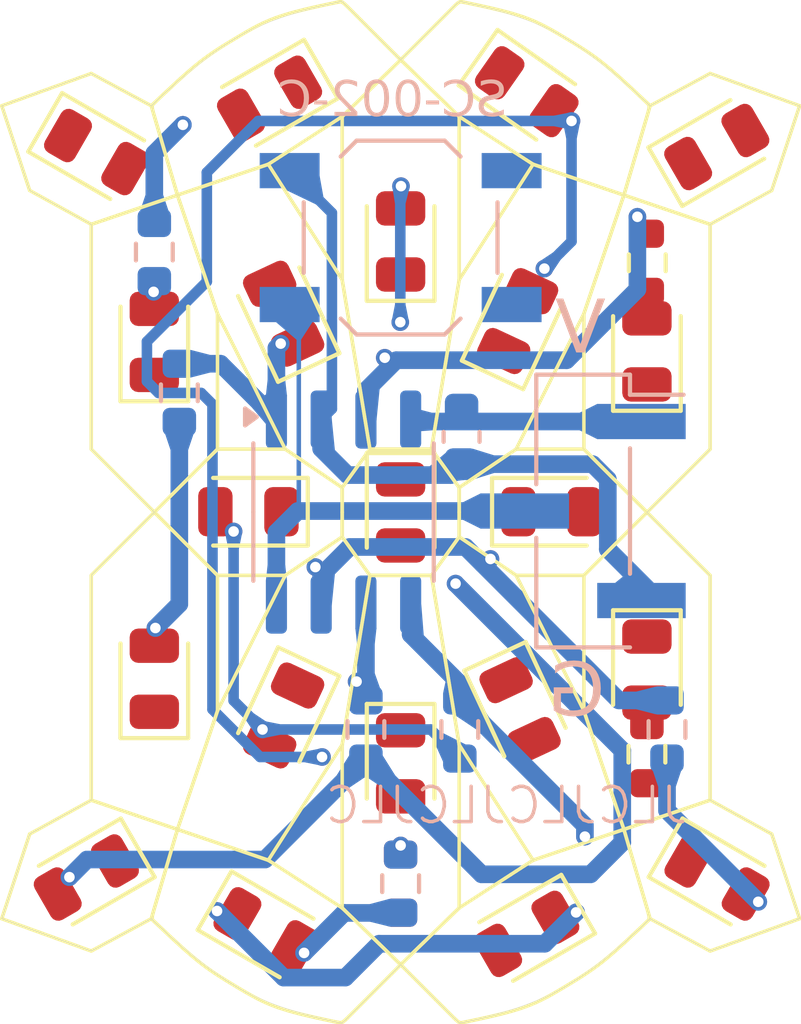
<source format=kicad_pcb>
(kicad_pcb (version 20240108) (generator "pcbnew") (generator_version "8.0")
  (layers (0 "F.Cu" signal) (31 "B.Cu" signal) (34 "B.Paste" user) (35 "F.Paste" user) (36 "B.SilkS" user "B.Silkscreen") (37 "F.SilkS" user "F.Silkscreen") (38 "B.Mask" user) (39 "F.Mask" user) (44 "Edge.Cuts" user))
  (net 0 "")
  (net 1 "GND")
  (net 2 "VCC")
  (net 3 "PC1")
  (net 4 "Net-(D1-A)")
  (net 5 "Net-(D15-A)")
  (net 6 "Net-(D11-A)")
  (net 7 "Net-(D4-A)")
  (net 8 "PC2")
  (net 9 "Net-(D8-A)")
  (net 10 "PC4")
  (net 11 "Net-(D12-A)")
  (net 12 "PA1")
  (net 13 "Net-(D16-A)")
  (net 14 "Net-(D4-2-A)")
  (net 15 "PA2")
  (net 16 "SWIO")
  (net 17 "Net-(D13-A)")
  (footprint "LED_SMD:LED_0805_2012Metric" (layer "F.Cu") (at 107.01 80.4 -90)
    (property "Reference" "D8" (hide yes))
    (property "Value" "LED_45deg" (hide yes))
  )
  (footprint "LED_SMD:LED_0805_2012Metric" (layer "F.Cu") (at 108.992165 65.57 30)
    (property "Reference" "D20" (hide yes))
    (property "Value" "LED_45deg" (hide yes))
  )
  (footprint "LED_SMD:LED_0805_2012Metric" (layer "F.Cu") (at 91.392165 65.71308 -30)
    (property "Reference" "D17" (hide yes))
    (property "Value" "LED_45deg" (hide yes))
  )
  (footprint "Resistor_SMD:R_0603_1608Metric" (layer "F.Cu") (at 107.02 68.855 -90)
    (property "Reference" "R8" (hide yes))
    (property "Value" "R_Small" (hide yes))
  )
  (footprint "LED_SMD:LED_0805_2012Metric" (layer "F.Cu") (at 96.2 87.8 -30)
    (property "Reference" "D4" (hide yes))
    (property "Value" "LED_45deg" (hide yes))
  )
  (footprint "LED_SMD:LED_0805_2012Metric" (layer "F.Cu") (at 103.6 64 -35)
    (property "Reference" "D19" (hide yes))
    (property "Value" "LED_45deg" (hide yes))
  )
  (footprint "Resistor_SMD:R_0603_1608Metric" (layer "F.Cu") (at 107.01 82.8 90)
    (property "Reference" "R6" (hide yes))
    (property "Value" "R_Small" (hide yes))
  )
  (footprint "LED_SMD:LED_0805_2012Metric" (layer "F.Cu") (at 109 86.3 -30)
    (property "Reference" "D2" (hide yes))
    (property "Value" "LED_45deg" (hide yes))
  )
  (footprint "Resistor_SMD:R_0603_1608Metric" (layer "F.Cu") (at 100.02 86.475 90)
    (property "Reference" "R9" (hide yes))
    (property "Value" "R_Small" (hide yes))
  )
  (footprint "LED_SMD:LED_0805_2012Metric" (layer "F.Cu") (at 100.02 83.06 -90)
    (property "Reference" "D6" (hide yes))
    (property "Value" "LED_45deg" (hide yes))
  )
  (footprint "LED_SMD:LED_0805_2012Metric" (layer "F.Cu") (at 100.02 75.94 -90)
    (property "Reference" "D10" (hide yes))
    (property "Value" "LED_45deg" (hide yes))
  )
  (footprint "LED_SMD:LED_0805_2012Metric" (layer "F.Cu") (at 104.3 75.92)
    (property "Reference" "D11" (hide yes))
    (property "Value" "LED_45deg" (hide yes))
  )
  (footprint "LED_SMD:LED_0805_2012Metric" (layer "F.Cu") (at 103.6 87.9 -150)
    (property "Reference" "D4-2" (hide yes))
    (property "Value" "LED_45deg" (hide yes))
  )
  (footprint "LED_SMD:LED_0805_2012Metric" (layer "F.Cu") (at 95.7 75.92 180)
    (property "Reference" "D9" (hide yes))
    (property "Value" "LED_45deg" (hide yes))
  )
  (footprint "LED_SMD:LED_0805_2012Metric" (layer "F.Cu") (at 93.03 71.1 90)
    (property "Reference" "D12" (hide yes))
    (property "Value" "LED_45deg" (hide yes))
  )
  (footprint "LED_SMD:LED_0805_2012Metric" (layer "F.Cu") (at 103.34 70.51 65)
    (property "Reference" "D15" (hide yes))
    (property "Value" "LED_45deg" (hide yes))
  )
  (footprint "LED_SMD:LED_0805_2012Metric" (layer "F.Cu") (at 100.02 68.25 90)
    (property "Reference" "D14" (hide yes))
    (property "Value" "LED_45deg" (hide yes))
  )
  (footprint "LED_SMD:LED_0805_2012Metric" (layer "F.Cu") (at 96.7 81.701879 -115)
    (property "Reference" "D5" (hide yes))
    (property "Value" "LED_45deg" (hide yes))
  )
  (footprint "LED_SMD:LED_0805_2012Metric" (layer "F.Cu") (at 96.3 64.2 -150)
    (property "Reference" "D18" (hide yes))
    (property "Value" "LED_45deg" (hide yes))
  )
  (footprint "LED_SMD:LED_0805_2012Metric" (layer "F.Cu") (at 93.03 80.66 90)
    (property "Reference" "D3" (hide yes))
    (property "Value" "LED_45deg" (hide yes))
  )
  (footprint "LED_SMD:LED_0805_2012Metric" (layer "F.Cu") (at 103.41 81.55 -65)
    (property "Reference" "D7" (hide yes))
    (property "Value" "LED_45deg" (hide yes))
  )
  (footprint "LED_SMD:LED_0805_2012Metric" (layer "F.Cu") (at 91.1 86.3 -150)
    (property "Reference" "D1" (hide yes))
    (property "Value" "LED_45deg" (hide yes))
  )
  (footprint "LED_SMD:LED_0805_2012Metric" (layer "F.Cu") (at 96.7 70.3 115)
    (property "Reference" "D13" (hide yes))
    (property "Value" "LED_45deg" (hide yes))
  )
  (footprint "LED_SMD:LED_0805_2012Metric" (layer "F.Cu") (at 107.01 71.37 90)
    (property "Reference" "D16" (hide yes))
    (property "Value" "LED_45deg" (hide yes))
  )
  (footprint "Button_Switch_SMD:SW_SPST_TL3342" (layer "B.Cu") (at 100.02 68.14 180)
    (property "Reference" "SW1" (hide yes))
    (property "Value" "Button" (hide yes))
  )
  (footprint "Resistor_SMD:R_0603_1608Metric" (layer "B.Cu") (at 100.02 86.475 -90)
    (property "Reference" "R5" (hide yes))
    (property "Value" "R_Small" (hide yes))
  )
  (footprint "Resistor_SMD:R_0603_1608Metric" (layer "B.Cu") (at 107.58 82.1 -90)
    (property "Reference" "R3" (hide yes))
    (property "Value" "R" (hide yes))
  )
  (footprint "Resistor_SMD:R_0603_1608Metric" (layer "B.Cu") (at 93.03 68.55 -90)
    (property "Reference" "R7" (hide yes))
    (property "Value" "R_Small" (hide yes))
  )
  (footprint "Connector_PinHeader_2.54mm:PinHeader_1x03_P2.54mm_Vertical_SMD_Pin1Left" (layer "B.Cu") (at 105.2 75.9 180)
    (property "Reference" "J1" (hide yes))
    (property "Value" "Conn_01x03" (hide yes))
  )
  (footprint "Resistor_SMD:R_0603_1608Metric" (layer "B.Cu") (at 93.74 72.545 -90)
    (property "Reference" "R4" (hide yes))
    (property "Value" "R" (hide yes))
  )
  (footprint "Package_SO:SOP-8_3.9x4.9mm_P1.27mm" (layer "B.Cu") (at 98.4 75.93 -90)
    (property "Reference" "U1" (hide yes))
    (property "Value" "CH32V003JxMx" (hide yes))
  )
  (footprint "Resistor_SMD:R_0603_1608Metric" (layer "B.Cu") (at 99.035 82.1 -90)
    (property "Reference" "R2" (hide yes))
    (property "Value" "R" (hide yes))
  )
  (footprint "Capacitor_SMD:C_0603_1608Metric" (layer "B.Cu") (at 101.75 73.795 -90)
    (property "Reference" "C1" (hide yes))
    (property "Value" "1uF" (hide yes))
  )
  (footprint "Resistor_SMD:R_0603_1608Metric" (layer "B.Cu") (at 101.7 82.1 -90)
    (property "Reference" "R1" (hide yes))
    (property "Value" "R" (hide yes))
  )
  (gr_line (start 101.558849 87.283433) (end 101.605014 87.238647) (stroke (width 0.1)) (layer "F.SilkS"))
  (gr_line (start 107.057144 87.508417) (end 107.038778 87.527636) (stroke (width 0.1)) (layer "F.SilkS"))
  (gr_line (start 101.782254 61.454804) (end 101.8196 61.462273) (stroke (width 0.1)) (layer "F.SilkS"))
  (gr_line (start 98.378197 61.468732) (end 98.412173 61.493891) (stroke (width 0.1)) (layer "F.SilkS"))
  (gr_line (start 93.215612 87.726598) (end 93.164899 87.678874) (stroke (width 0.1)) (layer "F.SilkS"))
  (gr_line (start 103.590941 65.938563) (end 103.503203 65.881897) (stroke (width 0.1)) (layer "F.SilkS"))
  (gr_line (start 96.260357 66.061733) (end 96.250104 66.065208) (stroke (width 0.1)) (layer "F.SilkS"))
  (gr_line (start 98.234997 61.460081) (end 98.270264 61.45305) (stroke (width 0.1)) (layer "F.SilkS"))
  (gr_line (start 99.993714 63.122568) (end 99.968551 63.146974) (stroke (width 0.1)) (layer "F.SilkS"))
  (gr_line (start 100.917675 62.199364) (end 101.053 62.064025) (stroke (width 0.1)) (layer "F.SilkS"))
  (gr_line (start 93.257934 86.397504) (end 93.319249 86.188305) (stroke (width 0.1)) (layer "F.SilkS"))
  (gr_line (start 99.644018 89.152339) (end 99.527022 89.269334) (stroke (width 0.1)) (layer "F.SilkS"))
  (gr_line (start 102.886635 90.170086) (end 102.7523 90.203235) (stroke (width 0.1)) (layer "F.SilkS"))
  (gr_line (start 103.8482 85.785925) (end 103.899295 85.768606) (stroke (width 0.1)) (layer "F.SilkS"))
  (gr_line (start 93.686431 66.934212) (end 92.943669 64.4) (stroke (width 0.1)) (layer "F.SilkS"))
  (gr_line (start 96.330045 61.959273) (end 96.462222 61.908339) (stroke (width 0.1)) (layer "F.SilkS"))
  (gr_line (start 93.423688 66.037766) (end 93.36387 65.833675) (stroke (width 0.1)) (layer "F.SilkS"))
  (gr_line (start 95.745269 85.633268) (end 95.890434 85.682465) (stroke (width 0.1)) (layer "F.SilkS"))
  (gr_line (start 104.927808 85.419995) (end 105.141152 85.347683) (stroke (width 0.1)) (layer "F.SilkS"))
  (gr_line (start 98.405665 64.662843) (end 98.383763 64.684087) (stroke (width 0.1)) (layer "F.SilkS"))
  (gr_line (start 93.048976 87.569441) (end 93.02154 87.543472) (stroke (width 0.1)) (layer "F.SilkS"))
  (gr_line (start 94.822624 70.29852) (end 93.686431 66.934212) (stroke (width 0.1)) (layer "F.SilkS"))
  (gr_line (start 108.804199 84.105257) (end 108.804199 77.726318) (stroke (width 0.1)) (layer "F.SilkS"))
  (gr_line (start 106.604118 66.091582) (end 106.549235 66.278835) (stroke (width 0.1)) (layer "F.SilkS"))
  (gr_line (start 103.61825 61.921917) (end 103.749054 61.973695) (stroke (width 0.1)) (layer "F.SilkS"))
  (gr_line (start 97.277354 86.463538) (end 97.450745 86.575543) (stroke (width 0.1)) (layer "F.SilkS"))
  (gr_line (start 106.348078 66.931137) (end 106.33226 66.925775) (stroke (width 0.1)) (layer "F.SilkS"))
  (gr_line (start 106.36613 84.96617) (end 106.375333 84.997569) (stroke (width 0.1)) (layer "F.SilkS"))
  (gr_line (start 106.357148 84.935525) (end 103.779528 85.809201) (stroke (width 0.1)) (layer "F.SilkS"))
  (gr_line (start 103.445081 90.008976) (end 103.305611 90.053682) (stroke (width 0.1)) (layer "F.SilkS"))
  (gr_line (start 94.54361 85.226024) (end 94.748504 85.295463) (stroke (width 0.1)) (layer "F.SilkS"))
  (gr_line (start 100.011399 88.784957) (end 99.997204 88.799152) (stroke (width 0.1)) (layer "F.SilkS"))
  (gr_line (start 95.379971 85.509468) (end 95.572832 85.574829) (stroke (width 0.1)) (layer "F.SilkS"))
  (gr_line (start 110.551896 85.066439) (end 108.804199 84.105257) (stroke (width 0.1)) (layer "F.SilkS"))
  (gr_line (start 106.260573 66.901472) (end 106.197738 66.88017) (stroke (width 0.1)) (layer "F.SilkS"))
  (gr_line (start 100.025161 63.09197) (end 100.032522 63.084609) (stroke (width 0.1)) (layer "F.SilkS"))
  (gr_line (start 106.513074 85.467524) (end 106.563677 85.640175) (stroke (width 0.1)) (layer "F.SilkS"))
  (gr_line (start 92.993863 87.304177) (end 93.018415 87.215852) (stroke (width 0.1)) (layer "F.SilkS"))
  (gr_line (start 101.693498 90.415577) (end 101.665396 90.400994) (stroke (width 0.1)) (layer "F.SilkS"))
  (gr_line (start 101.96169 90.378432) (end 101.902568 90.390585) (stroke (width 0.1)) (layer "F.SilkS"))
  (gr_line (start 103.062834 61.745617) (end 103.203332 61.785195) (stroke (width 0.1)) (layer "F.SilkS"))
  (gr_line (start 106.663152 65.890164) (end 106.604118 66.091582) (stroke (width 0.1)) (layer "F.SilkS"))
  (gr_line (start 106.951917 87.609908) (end 106.911794 87.647803) (stroke (width 0.1)) (layer "F.SilkS"))
  (gr_line (start 93.051421 87.102128) (end 93.093239 86.959421) (stroke (width 0.1)) (layer "F.SilkS"))
  (gr_line (start 96.371107 65.991432) (end 96.326705 66.020114) (stroke (width 0.1)) (layer "F.SilkS"))
  (gr_line (start 94.304589 66.724676) (end 94.142515 66.779614) (stroke (width 0.1)) (layer "F.SilkS"))
  (gr_line (start 105.532525 63.014332) (end 105.641915 63.095537) (stroke (width 0.1)) (layer "F.SilkS"))
  (gr_line (start 93.028499 64.319641) (end 93.05739 64.292289) (stroke (width 0.1)) (layer "F.SilkS"))
  (gr_line (start 104.452615 62.332123) (end 104.56153 62.3964) (stroke (width 0.1)) (layer "F.SilkS"))
  (gr_line (start 98.29178 90.420388) (end 98.261381 90.414877) (stroke (width 0.1)) (layer "F.SilkS"))
  (gr_line (start 97.385985 90.225643) (end 97.255436 90.194465) (stroke (width 0.1)) (layer "F.SilkS"))
  (gr_line (start 101.641446 61.485863) (end 101.673513 61.463792) (stroke (width 0.1)) (layer "F.SilkS"))
  (gr_line (start 101.29928 61.817719) (end 101.401263 61.715726) (stroke (width 0.1)) (layer "F.SilkS"))
  (gr_line (start 101.8196 61.462273) (end 101.864726 61.471354) (stroke (width 0.1)) (layer "F.SilkS"))
  (gr_line (start 99.997204 88.799152) (end 99.973933 88.822424) (stroke (width 0.1)) (layer "F.SilkS"))
  (gr_line (start 106.183404 63.546629) (end 106.284654 63.637684) (stroke (width 0.1)) (layer "F.SilkS"))
  (gr_line (start 101.903949 64.849001) (end 101.828885 64.80052) (stroke (width 0.1)) (layer "F.SilkS"))
  (gr_line (start 99.673371 62.746615) (end 99.769492 62.842726) (stroke (width 0.1)) (layer "F.SilkS"))
  (gr_line (start 97.105122 86.352282) (end 97.277354 86.463538) (stroke (width 0.1)) (layer "F.SilkS"))
  (gr_line (start 97.291603 61.666237) (end 97.42051 61.635788) (stroke (width 0.1)) (layer "F.SilkS"))
  (gr_line (start 99.263557 89.532799) (end 99.126063 89.670294) (stroke (width 0.1)) (layer "F.SilkS"))
  (gr_line (start 106.375333 84.997569) (end 106.389325 85.04531) (stroke (width 0.1)) (layer "F.SilkS"))
  (gr_line (start 108.804199 67.764308) (end 106.357148 66.934212) (stroke (width 0.1)) (layer "F.SilkS"))
  (gr_line (start 105.082909 66.502228) (end 104.870127 66.430092) (stroke (width 0.1)) (layer "F.SilkS"))
  (gr_line (start 105.55375 85.207834) (end 105.739073 85.145019) (stroke (width 0.1)) (layer "F.SilkS"))
  (gr_line (start 96.786804 86.146659) (end 96.939716 86.245436) (stroke (width 0.1)) (layer "F.SilkS"))
  (gr_line (start 100.645088 62.471979) (end 100.780209 62.336844) (stroke (width 0.1)) (layer "F.SilkS"))
  (gr_line (start 100.050204 88.746997) (end 100.075362 88.722591) (stroke (width 0.1)) (layer "F.SilkS"))
  (gr_line (start 99.008877 87.791787) (end 99.144786 87.923607) (stroke (width 0.1)) (layer "F.SilkS"))
  (gr_line (start 97.759051 61.559904) (end 97.853262 61.539461) (stroke (width 0.1)) (layer "F.SilkS"))
  (gr_line (start 106.802128 86.453739) (end 106.860714 86.653628) (stroke (width 0.1)) (layer "F.SilkS"))
  (gr_line (start 93.705945 66.927597) (end 93.692846 66.932038) (stroke (width 0.1)) (layer "F.SilkS"))
  (gr_line (start 96.896536 65.652022) (end 96.748013 65.747963) (stroke (width 0.1)) (layer "F.SilkS"))
  (gr_line (start 100.880208 89.632819) (end 100.742936 89.495519) (stroke (width 0.1)) (layer "F.SilkS"))
  (gr_line (start 99.827221 88.969136) (end 99.745206 89.051151) (stroke (width 0.1)) (layer "F.SilkS"))
  (gr_line (start 99.658847 88.422204) (end 99.757535 88.517922) (stroke (width 0.1)) (layer "F.SilkS"))
  (gr_line (start 108.804199 84.105257) (end 106.357148 84.935525) (stroke (width 0.1)) (layer "F.SilkS"))
  (gr_line (start 102.105444 90.348278) (end 102.029237 90.364367) (stroke (width 0.1)) (layer "F.SilkS"))
  (gr_line (start 103.837378 66.079976) (end 103.807439 66.069826) (stroke (width 0.1)) (layer "F.SilkS"))
  (gr_line (start 91.239724 67.764308) (end 93.686431 66.934212) (stroke (width 0.1)) (layer "F.SilkS"))
  (gr_line (start 106.679709 86.036062) (end 106.741123 86.245601) (stroke (width 0.1)) (layer "F.SilkS"))
  (gr_line (start 96.744987 77.726318) (end 98.361426 76.633878) (stroke (width 0.1)) (layer "F.SilkS"))
  (gr_line (start 94.292008 88.688543) (end 94.181961 88.599441) (stroke (width 0.1)) (layer "F.SilkS"))
  (gr_line (start 101.401263 61.715726) (end 101.484255 61.63287) (stroke (width 0.1)) (layer "F.SilkS"))
  (gr_line (start 105.2213 81.571045) (end 106.357148 84.935525) (stroke (width 0.1)) (layer "F.SilkS"))
  (gr_line (start 93.677449 66.903567) (end 93.668247 66.872168) (stroke (width 0.1)) (layer "F.SilkS"))
  (gr_line (start 100.021681 88.774122) (end 100.021962 88.774395) (stroke (width 0.1)) (layer "F.SilkS"))
  (gr_line (start 106.138019 85.009798) (end 106.216973 84.983037) (stroke (width 0.1)) (layer "F.SilkS"))
  (gr_line (start 106.992158 64.767609) (end 106.95034 64.910316) (stroke (width 0.1)) (layer "F.SilkS"))
  (gr_line (start 92.974144 64.48364) (end 92.96716 64.43833) (stroke (width 0.1)) (layer "F.SilkS"))
  (gr_line (start 103.779528 66.060364) (end 106.357148 66.934212) (stroke (width 0.1)) (layer "F.SilkS"))
  (gr_line (start 105.141152 85.347683) (end 105.352121 85.276176) (stroke (width 0.1)) (layer "F.SilkS"))
  (gr_line (start 98.878985 87.665802) (end 99.008877 87.791787) (stroke (width 0.1)) (layer "F.SilkS"))
  (gr_line (start 105.941514 88.533081) (end 105.831996 88.62403) (stroke (width 0.1)) (layer "F.SilkS"))
  (gr_line (start 100.075362 88.722591) (end 100.112246 88.686809) (stroke (width 0.1)) (layer "F.SilkS"))
  (gr_line (start 95.701679 89.601031) (end 95.591308 89.537441) (stroke (width 0.1)) (layer "F.SilkS"))
  (gr_line (start 106.304253 66.91628) (end 106.260573 66.901472) (stroke (width 0.1)) (layer "F.SilkS"))
  (gr_line (start 106.619891 85.831971) (end 106.679709 86.036062) (stroke (width 0.1)) (layer "F.SilkS"))
  (gr_line (start 100.197526 88.949996) (end 100.138108 88.890566) (stroke (width 0.1)) (layer "F.SilkS"))
  (gr_line (start 94.822624 81.571045) (end 94.822624 77.726318) (stroke (width 0.1)) (layer "F.SilkS"))
  (gr_line (start 105.690545 66.708225) (end 105.500084 66.643656) (stroke (width 0.1)) (layer "F.SilkS"))
  (gr_line (start 96.206538 85.789593) (end 96.236481 85.799741) (stroke (width 0.1)) (layer "F.SilkS"))
  (gr_line (start 99.898632 88.654775) (end 99.944806 88.69956) (stroke (width 0.1)) (layer "F.SilkS"))
  (gr_line (start 98.775095 61.848432) (end 98.896179 61.969504) (stroke (width 0.1)) (layer "F.SilkS"))
  (gr_line (start 100.286334 63.351642) (end 100.206929 63.27461) (stroke (width 0.1)) (layer "F.SilkS"))
  (gr_line (start 103.482694 61.873271) (end 103.61825 61.921917) (stroke (width 0.1)) (layer "F.SilkS"))
  (gr_line (start 106.84509 65.269415) (end 106.785645 65.472233) (stroke (width 0.1)) (layer "F.SilkS"))
  (gr_line (start 97.059096 65.547014) (end 96.896536 65.652022) (stroke (width 0.1)) (layer "F.SilkS"))
  (gr_line (start 102.53397 61.615299) (end 102.65791 61.643828) (stroke (width 0.1)) (layer "F.SilkS"))
  (gr_line (start 106.384977 66.839263) (end 106.37239 66.882208) (stroke (width 0.1)) (layer "F.SilkS"))
  (gr_line (start 107.077085 64.413425) (end 107.075234 64.449286) (stroke (width 0.1)) (layer "F.SilkS"))
  (gr_line (start 103.343837 61.827722) (end 103.482694 61.873271) (stroke (width 0.1)) (layer "F.SilkS"))
  (gr_line (start 105.861962 63.270124) (end 105.971159 63.361595) (stroke (width 0.1)) (layer "F.SilkS"))
  (gr_line (start 106.741123 86.245601) (end 106.802128 86.453739) (stroke (width 0.1)) (layer "F.SilkS"))
  (gr_line (start 101.773014 64.764435) (end 101.733503 64.738916) (stroke (width 0.1)) (layer "F.SilkS"))
  (gr_line (start 97.916029 90.343524) (end 97.828484 90.324703) (stroke (width 0.1)) (layer "F.SilkS"))
  (gr_line (start 96.264396 85.809201) (end 93.686431 84.935525) (stroke (width 0.1)) (layer "F.SilkS"))
  (gr_line (start 107.022104 64.326233) (end 107.044324 64.347487) (stroke (width 0.1)) (layer "F.SilkS"))
  (gr_line (start 94.748504 85.295463) (end 94.96084 85.367424) (stroke (width 0.1)) (layer "F.SilkS"))
  (gr_line (start 95.845135 62.189168) (end 95.960886 62.128499) (stroke (width 0.1)) (layer "F.SilkS"))
  (gr_line (start 103.529363 85.970772) (end 103.611129 85.917963) (stroke (width 0.1)) (layer "F.SilkS"))
  (gr_line (start 93.230554 64.12899) (end 93.289545 64.073587) (stroke (width 0.1)) (layer "F.SilkS"))
  (gr_line (start 98.383763 64.684087) (end 98.370632 64.696823) (stroke (width 0.1)) (layer "F.SilkS"))
  (gr_line (start 99.147941 74.143419) (end 100.021962 74.143419) (stroke (width 0.1)) (layer "F.SilkS"))
  (gr_line (start 103.883465 66.0956) (end 103.837378 66.079976) (stroke (width 0.1)) (layer "F.SilkS"))
  (gr_line (start 101.588497 90.338027) (end 101.53354 90.28549) (stroke (width 0.1)) (layer "F.SilkS"))
  (gr_line (start 101.684785 64.707451) (end 101.682371 64.705893) (stroke (width 0.1)) (layer "F.SilkS"))
  (gr_line (start 101.828885 64.80052) (end 101.773014 64.764435) (stroke (width 0.1)) (layer "F.SilkS"))
  (gr_line (start 101.678023 64.701745) (end 101.669587 64.693561) (stroke (width 0.1)) (layer "F.SilkS"))
  (gr_line (start 96.878976 61.774112) (end 97.019182 61.735325) (stroke (width 0.1)) (layer "F.SilkS"))
  (gr_line (start 101.605014 87.238647) (end 101.637923 87.206721) (stroke (width 0.1)) (layer "F.SilkS"))
  (gr_line (start 105.2213 77.726318) (end 107.01275 75.934868) (stroke (width 0.1)) (layer "F.SilkS"))
  (gr_line (start 93.685499 66.931033) (end 93.682866 66.922047) (stroke (width 0.1)) (layer "F.SilkS"))
  (gr_line (start 101.902568 90.390585) (end 101.851634 90.400933) (stroke (width 0.1)) (layer "F.SilkS"))
  (gr_line (start 96.296727 66.039479) (end 96.278341 66.051355) (stroke (width 0.1)) (layer "F.SilkS"))
  (gr_line (start 106.112264 66.851193) (end 106.000669 66.813361) (stroke (width 0.1)) (layer "F.SilkS"))
  (gr_line (start 101.851634 90.400933) (end 101.808653 90.409586) (stroke (width 0.1)) (layer "F.SilkS"))
  (gr_line (start 102.38839 90.28678) (end 102.284785 90.309594) (stroke (width 0.1)) (layer "F.SilkS"))
  (gr_line (start 96.094718 85.751697) (end 96.160445 85.773972) (stroke (width 0.1)) (layer "F.SilkS"))
  (gr_line (start 92.977323 87.371057) (end 92.993863 87.304177) (stroke (width 0.1)) (layer "F.SilkS"))
  (gr_line (start 94.489937 66.661849) (end 94.304589 66.724676) (stroke (width 0.1)) (layer "F.SilkS"))
  (gr_line (start 94.83653 89.077638) (end 94.728558 89.006522) (stroke (width 0.1)) (layer "F.SilkS"))
  (gr_line (start 100.230163 88.572415) (end 100.315677 88.489457) (stroke (width 0.1)) (layer "F.SilkS"))
  (gr_line (start 100.021535 88.774822) (end 100.018762 88.777595) (stroke (width 0.1)) (layer "F.SilkS"))
  (gr_line (start 100.895638 74.143419) (end 101.682153 69.337166) (stroke (width 0.1)) (layer "F.SilkS"))
  (gr_line (start 107.049717 64.56556) (end 107.025164 64.653885) (stroke (width 0.1)) (layer "F.SilkS"))
  (gr_line (start 101.91787 61.482157) (end 101.979266 61.494794) (stroke (width 0.1)) (layer "F.SilkS"))
  (gr_line (start 93.688391 84.936189) (end 93.695502 84.938599) (stroke (width 0.1)) (layer "F.SilkS"))
  (gr_line (start 93.164899 87.678874) (end 93.120396 87.636921) (stroke (width 0.1)) (layer "F.SilkS"))
  (gr_line (start 104.640145 89.426196) (end 104.531939 89.490742) (stroke (width 0.1)) (layer "F.SilkS"))
  (gr_line (start 99.62379 63.481363) (end 99.504403 63.597159) (stroke (width 0.1)) (layer "F.SilkS"))
  (gr_line (start 100.093883 88.846331) (end 100.062608 88.815049) (stroke (width 0.1)) (layer "F.SilkS"))
  (gr_line (start 97.625561 90.280135) (end 97.509911 90.254174) (stroke (width 0.1)) (layer "F.SilkS"))
  (gr_line (start 101.375252 90.127966) (end 101.26857 90.021262) (stroke (width 0.1)) (layer "F.SilkS"))
  (gr_line (start 93.686431 84.935525) (end 94.822624 81.571045) (stroke (width 0.1)) (layer "F.SilkS"))
  (gr_line (start 97.655468 61.582703) (end 97.759051 61.559904) (stroke (width 0.1)) (layer "F.SilkS"))
  (gr_line (start 93.931348 85.018528) (end 94.042957 85.056352) (stroke (width 0.1)) (layer "F.SilkS"))
  (gr_line (start 103.713879 89.910268) (end 103.581702 89.961193) (stroke (width 0.1)) (layer "F.SilkS"))
  (gr_line (start 103.611129 85.917963) (end 103.672799 85.878133) (stroke (width 0.1)) (layer "F.SilkS"))
  (gr_line (start 106.860714 86.653628) (end 106.914875 86.83842) (stroke (width 0.1)) (layer "F.SilkS"))
  (gr_line (start 105.641915 63.095537) (end 105.751916 63.181022) (stroke (width 0.1)) (layer "F.SilkS"))
  (gr_line (start 95.591308 89.537441) (end 95.482393 89.473164) (stroke (width 0.1)) (layer "F.SilkS"))
  (gr_line (start 106.50051 66.445077) (end 106.45987 66.583737) (stroke (width 0.1)) (layer "F.SilkS"))
  (gr_line (start 102.469369 86.655381) (end 102.640072 86.545131) (stroke (width 0.1)) (layer "F.SilkS"))
  (gr_line (start 101.653911 64.678354) (end 101.628753 64.653948) (stroke (width 0.1)) (layer "F.SilkS"))
  (gr_line (start 111.343924 64.4) (end 108.804199 63.482399) (stroke (width 0.1)) (layer "F.SilkS"))
  (gr_line (start 96.425674 89.947617) (end 96.29487 89.895848) (stroke (width 0.1)) (layer "F.SilkS"))
  (gr_line (start 103.203332 61.785195) (end 103.343837 61.827722) (stroke (width 0.1)) (layer "F.SilkS"))
  (gr_line (start 97.119918 90.160567) (end 96.981084 90.123872) (stroke (width 0.1)) (layer "F.SilkS"))
  (gr_line (start 97.019182 61.735325) (end 97.157276 61.699392) (stroke (width 0.1)) (layer "F.SilkS"))
  (gr_line (start 95.960886 62.128499) (end 96.079917 62.069716) (stroke (width 0.1)) (layer "F.SilkS"))
  (gr_line (start 108.804199 63.482399) (end 107.099911 64.4) (stroke (width 0.1)) (layer "F.SilkS"))
  (gr_line (start 101.682153 87.163813) (end 101.682693 87.163464) (stroke (width 0.1)) (layer "F.SilkS"))
  (gr_line (start 93.994394 63.428891) (end 94.102409 63.336485) (stroke (width 0.1)) (layer "F.SilkS"))
  (gr_line (start 99.968551 63.146974) (end 99.931659 63.182756) (stroke (width 0.1)) (layer "F.SilkS"))
  (gr_line (start 98.402148 90.383864) (end 98.370081 90.405933) (stroke (width 0.1)) (layer "F.SilkS"))
  (gr_line (start 102.049152 61.509374) (end 102.127762 61.526009) (stroke (width 0.1)) (layer "F.SilkS"))
  (gr_line (start 107.099911 64.4) (end 106.357148 66.934212) (stroke (width 0.1)) (layer "F.SilkS"))
  (gr_line (start 98.317977 90.422118) (end 98.29178 90.420388) (stroke (width 0.1)) (layer "F.SilkS"))
  (gr_line (start 96.598842 61.860544) (end 96.738312 61.815827) (stroke (width 0.1)) (layer "F.SilkS"))
  (gr_line (start 105.352121 85.276176) (end 105.55375 85.207834) (stroke (width 0.1)) (layer "F.SilkS"))
  (gr_line (start 100.022389 63.094743) (end 100.025161 63.09197) (stroke (width 0.1)) (layer "F.SilkS"))
  (gr_line (start 106.636247 63.962986) (end 106.707124 64.029365) (stroke (width 0.1)) (layer "F.SilkS"))
  (gr_line (start 104.343184 85.618152) (end 104.521858 85.557591) (stroke (width 0.1)) (layer "F.SilkS"))
  (gr_line (start 98.300771 64.744933) (end 98.257086 64.773152) (stroke (width 0.1)) (layer "F.SilkS"))
  (gr_line (start 100.895638 77.726318) (end 101.682153 76.633878) (stroke (width 0.1)) (layer "F.SilkS"))
  (gr_line (start 106.350734 84.937699) (end 106.356075 84.935889) (stroke (width 0.1)) (layer "F.SilkS"))
  (gr_line (start 98.192039 61.468711) (end 98.234997 61.460081) (stroke (width 0.1)) (layer "F.SilkS"))
  (gr_line (start 101.742818 87.124632) (end 101.78651 87.096413) (stroke (width 0.1)) (layer "F.SilkS"))
  (gr_line (start 92.968352 87.420448) (end 92.977323 87.371057) (stroke (width 0.1)) (layer "F.SilkS"))
  (gr_line (start 100.761545 63.812653) (end 100.627092 63.682217) (stroke (width 0.1)) (layer "F.SilkS"))
  (gr_line (start 106.754265 87.796035) (end 106.688499 87.857699) (stroke (width 0.1)) (layer "F.SilkS"))
  (gr_line (start 98.361426 87.163813) (end 100.021962 88.774395) (stroke (width 0.1)) (layer "F.SilkS"))
  (gr_line (start 94.944232 89.146423) (end 94.83653 89.077638) (stroke (width 0.1)) (layer "F.SilkS"))
  (gr_line (start 105.2213 77.726318) (end 105.2213 81.571045) (stroke (width 0.1)) (layer "F.SilkS"))
  (gr_line (start 101.284064 64.319559) (end 101.164702 64.203762) (stroke (width 0.1)) (layer "F.SilkS"))
  (gr_line (start 93.688355 63.702316) (end 93.786468 63.613061) (stroke (width 0.1)) (layer "F.SilkS"))
  (gr_line (start 102.938663 65.517282) (end 102.766403 65.406026) (stroke (width 0.1)) (layer "F.SilkS"))
  (gr_line (start 105.739073 85.145019) (end 105.901125 85.090092) (stroke (width 0.1)) (layer "F.SilkS"))
  (gr_line (start 105.612018 88.796589) (end 105.502795 88.876684) (stroke (width 0.1)) (layer "F.SilkS"))
  (gr_line (start 100.021962 77.726318) (end 99.147941 77.726318) (stroke (width 0.1)) (layer "F.SilkS"))
  (gr_line (start 88.7 64.4) (end 89.492028 66.803126) (stroke (width 0.1)) (layer "F.SilkS"))
  (gr_line (start 102.307297 86.760057) (end 102.469369 86.655381) (stroke (width 0.1)) (layer "F.SilkS"))
  (gr_line (start 106.257444 88.25651) (end 106.155137 88.348067) (stroke (width 0.1)) (layer "F.SilkS"))
  (gr_line (start 96.236481 85.799741) (end 96.253758 85.805596) (stroke (width 0.1)) (layer "F.SilkS"))
  (gr_line (start 93.02154 87.543472) (end 92.999301 87.522227) (stroke (width 0.1)) (layer "F.SilkS"))
  (gr_line (start 101.733503 64.738916) (end 101.707516 64.722133) (stroke (width 0.1)) (layer "F.SilkS"))
  (gr_line (start 93.142922 86.78991) (end 93.198489 86.600322) (stroke (width 0.1)) (layer "F.SilkS"))
  (gr_line (start 103.39181 65.809952) (end 103.257034 65.722906) (stroke (width 0.1)) (layer "F.SilkS"))
  (gr_line (start 100.29866 62.818443) (end 100.399827 62.717265) (stroke (width 0.1)) (layer "F.SilkS"))
  (gr_line (start 94.184011 85.104155) (end 94.353123 85.161468) (stroke (width 0.1)) (layer "F.SilkS"))
  (gr_line (start 102.029237 90.364367) (end 101.96169 90.378432) (stroke (width 0.1)) (layer "F.SilkS"))
  (gr_line (start 100.500082 63.559003) (end 100.385001 63.447361) (stroke (width 0.1)) (layer "F.SilkS"))
  (gr_line (start 98.502592 87.300732) (end 98.56967 87.365793) (stroke (width 0.1)) (layer "F.SilkS"))
  (gr_line (start 101.669587 64.693561) (end 101.653911 64.678354) (stroke (width 0.1)) (layer "F.SilkS"))
  (gr_line (start 101.682153 75.934868) (end 101.682153 76.633878) (stroke (width 0.1)) (layer "F.SilkS"))
  (gr_line (start 97.450745 86.575543) (end 97.619628 86.684636) (stroke (width 0.1)) (layer "F.SilkS"))
  (gr_line (start 93.682866 66.922047) (end 93.677449 66.903567) (stroke (width 0.1)) (layer "F.SilkS"))
  (gr_line (start 94.90259 66.521973) (end 94.691593 66.593494) (stroke (width 0.1)) (layer "F.SilkS"))
  (gr_line (start 89.492028 66.803126) (end 91.239724 67.764308) (stroke (width 0.1)) (layer "F.SilkS"))
  (gr_line (start 96.264247 85.80915) (end 96.264419 85.809216) (stroke (width 0.1)) (layer "F.SilkS"))
  (gr_line (start 105.070351 89.164846) (end 104.962845 89.231411) (stroke (width 0.1)) (layer "F.SilkS"))
  (gr_line (start 97.403665 65.324434) (end 97.230028 65.436597) (stroke (width 0.1)) (layer "F.SilkS"))
  (gr_line (start 106.357712 66.932286) (end 106.357169 66.934141) (stroke (width 0.1)) (layer "F.SilkS"))
  (gr_line (start 93.439461 85.778155) (end 93.494344 85.590902) (stroke (width 0.1)) (layer "F.SilkS"))
  (gr_line (start 95.700664 66.251451) (end 95.521966 66.312024) (stroke (width 0.1)) (layer "F.SilkS"))
  (gr_line (start 100.024563 63.097693) (end 100.022243 63.095442) (stroke (width 0.1)) (layer "F.SilkS"))
  (gr_line (start 106.357169 66.934141) (end 106.357075 66.934187) (stroke (width 0.1)) (layer "F.SilkS"))
  (gr_line (start 100.895638 77.726318) (end 100.021962 77.726318) (stroke (width 0.1)) (layer "F.SilkS"))
  (gr_line (start 101.681872 87.164085) (end 101.682153 87.163813) (stroke (width 0.1)) (layer "F.SilkS"))
  (gr_line (start 106.962604 87.001266) (end 107.002024 87.135889) (stroke (width 0.1)) (layer "F.SilkS"))
  (gr_line (start 98.66839 61.741739) (end 98.775095 61.848432) (stroke (width 0.1)) (layer "F.SilkS"))
  (gr_line (start 95.173651 85.439546) (end 95.379971 85.509468) (stroke (width 0.1)) (layer "F.SilkS"))
  (gr_line (start 106.923323 64.232746) (end 106.961849 64.269164) (stroke (width 0.1)) (layer "F.SilkS"))
  (gr_line (start 99.769492 62.842726) (end 99.846361 62.919587) (stroke (width 0.1)) (layer "F.SilkS"))
  (gr_line (start 100.001881 63.075092) (end 100.013991 63.087199) (stroke (width 0.1)) (layer "F.SilkS"))
  (gr_line (start 97.619628 86.684636) (end 97.778336 86.787156) (stroke (width 0.1)) (layer "F.SilkS"))
  (gr_line (start 104.422682 89.554867) (end 104.311818 89.618207) (stroke (width 0.1)) (layer "F.SilkS"))
  (gr_line (start 98.625853 64.44928) (end 98.546432 64.526312) (stroke (width 0.1)) (layer "F.SilkS"))
  (gr_line (start 107.01275 75.934868) (end 108.804199 74.143419) (stroke (width 0.1)) (layer "F.SilkS"))
  (gr_line (start 101.682153 75.235859) (end 100.895638 74.143419) (stroke (width 0.1)) (layer "F.SilkS"))
  (gr_line (start 103.298937 77.726318) (end 105.2213 77.726318) (stroke (width 0.1)) (layer "F.SilkS"))
  (gr_line (start 100.026093 88.770387) (end 100.034529 88.762204) (stroke (width 0.1)) (layer "F.SilkS"))
  (gr_line (start 100.012756 88.765466) (end 100.01936 88.771871) (stroke (width 0.1)) (layer "F.SilkS"))
  (gr_line (start 103.581702 89.961193) (end 103.445081 90.008976) (stroke (width 0.1)) (layer "F.SilkS"))
  (gr_line (start 98.455104 61.531699) (end 98.510071 61.584231) (stroke (width 0.1)) (layer "F.SilkS"))
  (gr_line (start 102.127762 61.526009) (end 102.215333 61.544809) (stroke (width 0.1)) (layer "F.SilkS"))
  (gr_line (start 96.700086 90.04179) (end 96.56123 89.996253) (stroke (width 0.1)) (layer "F.SilkS"))
  (gr_line (start 99.282225 88.056912) (end 99.416706 88.187347) (stroke (width 0.1)) (layer "F.SilkS"))
  (gr_line (start 104.038013 66.147994) (end 103.949183 66.117879) (stroke (width 0.1)) (layer "F.SilkS"))
  (gr_line (start 93.634468 66.756919) (end 93.607885 66.666221) (stroke (width 0.1)) (layer "F.SilkS"))
  (gr_line (start 98.350099 61.454144) (end 98.378197 61.468732) (stroke (width 0.1)) (layer "F.SilkS"))
  (gr_line (start 104.669547 62.460997) (end 104.777186 62.525614) (stroke (width 0.1)) (layer "F.SilkS"))
  (gr_line (start 93.081842 87.600517) (end 93.048976 87.569441) (stroke (width 0.1)) (layer "F.SilkS"))
  (gr_line (start 95.732106 62.251356) (end 95.845135 62.189168) (stroke (width 0.1)) (layer "F.SilkS"))
  (gr_line (start 101.928125 87.004949) (end 102.031716 86.938044) (stroke (width 0.1)) (layer "F.SilkS"))
  (gr_line (start 99.757535 88.517922) (end 99.836956 88.594954) (stroke (width 0.1)) (layer "F.SilkS"))
  (gr_line (start 95.621242 62.314697) (end 95.732106 62.251356) (stroke (width 0.1)) (layer "F.SilkS"))
  (gr_line (start 101.164702 64.203762) (end 101.034836 64.077778) (stroke (width 0.1)) (layer "F.SilkS"))
  (gr_line (start 106.615668 87.92586) (end 106.535553 88.000688) (stroke (width 0.1)) (layer "F.SilkS"))
  (gr_line (start 98.99071 89.805647) (end 98.861986 89.93437) (stroke (width 0.1)) (layer "F.SilkS"))
  (gr_line (start 96.540675 85.987668) (end 96.652051 86.059613) (stroke (width 0.1)) (layer "F.SilkS"))
  (gr_line (start 100.385001 63.447361) (end 100.286334 63.351642) (stroke (width 0.1)) (layer "F.SilkS"))
  (gr_line (start 98.510071 61.584231) (end 98.580153 61.653564) (stroke (width 0.1)) (layer "F.SilkS"))
  (gr_line (start 106.563677 85.640175) (end 106.619891 85.831971) (stroke (width 0.1)) (layer "F.SilkS"))
  (gr_line (start 103.503203 65.881897) (end 103.39181 65.809952) (stroke (width 0.1)) (layer "F.SilkS"))
  (gr_line (start 97.884134 65.014066) (end 97.736385 65.109508) (stroke (width 0.1)) (layer "F.SilkS"))
  (gr_line (start 101.549897 61.568325) (end 101.601267 61.520015) (stroke (width 0.1)) (layer "F.SilkS"))
  (gr_line (start 101.682153 64.705752) (end 100.021962 63.09517) (stroke (width 0.1)) (layer "F.SilkS"))
  (gr_line (start 104.470999 66.294782) (end 104.298585 66.236331) (stroke (width 0.1)) (layer "F.SilkS"))
  (gr_line (start 98.125836 90.387454) (end 98.064468 90.374791) (stroke (width 0.1)) (layer "F.SilkS"))
  (gr_line (start 96.168863 89.841192) (end 96.047097 89.784015) (stroke (width 0.1)) (layer "F.SilkS"))
  (gr_line (start 107.025164 64.653885) (end 106.992158 64.767609) (stroke (width 0.1)) (layer "F.SilkS"))
  (gr_line (start 94.142515 66.779614) (end 94.009729 66.824624) (stroke (width 0.1)) (layer "F.SilkS"))
  (gr_line (start 106.360714 84.94769) (end 106.36613 84.96617) (stroke (width 0.1)) (layer "F.SilkS"))
  (gr_line (start 98.358795 87.162113) (end 98.361208 87.163672) (stroke (width 0.1)) (layer "F.SilkS"))
  (gr_line (start 94.32205 63.157297) (end 94.431905 63.072976) (stroke (width 0.1)) (layer "F.SilkS"))
  (gr_line (start 100.046714 63.070415) (end 100.069981 63.047145) (stroke (width 0.1)) (layer "F.SilkS"))
  (gr_line (start 107.01275 75.934868) (end 105.2213 74.143419) (stroke (width 0.1)) (layer "F.SilkS"))
  (gr_line (start 100.206929 63.27461) (end 100.145266 63.21479) (stroke (width 0.1)) (layer "F.SilkS"))
  (gr_line (start 102.122448 64.990121) (end 102.001041 64.911709) (stroke (width 0.1)) (layer "F.SilkS"))
  (gr_line (start 103.298937 74.143419) (end 101.682153 75.235859) (stroke (width 0.1)) (layer "F.SilkS"))
  (gr_line (start 94.691593 66.593494) (end 94.489937 66.661849) (stroke (width 0.1)) (layer "F.SilkS"))
  (gr_line (start 101.463471 90.21615) (end 101.375252 90.127966) (stroke (width 0.1)) (layer "F.SilkS"))
  (gr_line (start 105.2213 70.29852) (end 103.298937 74.143419) (stroke (width 0.1)) (layer "F.SilkS"))
  (gr_line (start 94.402009 88.774028) (end 94.292008 88.688543) (stroke (width 0.1)) (layer "F.SilkS"))
  (gr_line (start 93.759255 88.231888) (end 93.662444 88.143483) (stroke (width 0.1)) (layer "F.SilkS"))
  (gr_line (start 102.418303 61.589345) (end 102.53397 61.615299) (stroke (width 0.1)) (layer "F.SilkS"))
  (gr_line (start 101.26857 90.021262) (end 101.147511 89.900178) (stroke (width 0.1)) (layer "F.SilkS"))
  (gr_line (start 93.131932 64.221861) (end 93.178103 64.178341) (stroke (width 0.1)) (layer "F.SilkS"))
  (gr_line (start 106.155137 88.348067) (end 106.049527 88.440675) (stroke (width 0.1)) (layer "F.SilkS"))
  (gr_line (start 101.682149 64.705748) (end 101.681462 64.705082) (stroke (width 0.1)) (layer "F.SilkS"))
  (gr_line (start 99.931659 63.182756) (end 99.880796 63.232089) (stroke (width 0.1)) (layer "F.SilkS"))
  (gr_line (start 99.027156 62.100467) (end 99.163538 62.236835) (stroke (width 0.1)) (layer "F.SilkS"))
  (gr_line (start 103.298937 77.726318) (end 105.2213 81.571045) (stroke (width 0.1)) (layer "F.SilkS"))
  (gr_line (start 103.778914 85.809597) (end 103.779527 85.809201) (stroke (width 0.1)) (layer "F.SilkS"))
  (gr_line (start 106.357148 66.934212) (end 105.2213 70.29852) (stroke (width 0.1)) (layer "F.SilkS"))
  (gr_line (start 101.847335 87.057129) (end 101.928125 87.004949) (stroke (width 0.1)) (layer "F.SilkS"))
  (gr_line (start 101.672949 87.172742) (end 101.679552 87.166336) (stroke (width 0.1)) (layer "F.SilkS"))
  (gr_line (start 106.409111 85.112818) (end 106.435695 85.203516) (stroke (width 0.1)) (layer "F.SilkS"))
  (gr_line (start 107.03268 87.242293) (end 107.055004 87.324377) (stroke (width 0.1)) (layer "F.SilkS"))
  (gr_line (start 91.239724 67.764308) (end 91.239724 74.143419) (stroke (width 0.1)) (layer "F.SilkS"))
  (gr_line (start 100.018762 88.777595) (end 100.011399 88.784957) (stroke (width 0.1)) (layer "F.SilkS"))
  (gr_line (start 93.686354 66.933949) (end 93.685499 66.931033) (stroke (width 0.1)) (layer "F.SilkS"))
  (gr_line (start 98.115494 64.864615) (end 98.011921 64.931521) (stroke (width 0.1)) (layer "F.SilkS"))
  (gr_line (start 100.895638 74.143419) (end 100.021962 74.143419) (stroke (width 0.1)) (layer "F.SilkS"))
  (gr_line (start 107.055004 87.324377) (end 107.069439 87.386095) (stroke (width 0.1)) (layer "F.SilkS"))
  (gr_line (start 106.865652 87.691308) (end 106.813229 87.740645) (stroke (width 0.1)) (layer "F.SilkS"))
  (gr_line (start 105.751916 63.181022) (end 105.861962 63.270124) (stroke (width 0.1)) (layer "F.SilkS"))
  (gr_line (start 105.2213 81.571045) (end 106.357148 84.935525) (stroke (width 0.1)) (layer "F.SilkS"))
  (gr_line (start 94.620215 88.932558) (end 94.511399 88.855232) (stroke (width 0.1)) (layer "F.SilkS"))
  (gr_line (start 103.782071 66.061226) (end 103.779677 66.060414) (stroke (width 0.1)) (layer "F.SilkS"))
  (gr_line (start 99.144786 87.923607) (end 99.282225 88.056912) (stroke (width 0.1)) (layer "F.SilkS"))
  (gr_line (start 96.939716 86.245436) (end 97.105122 86.352282) (stroke (width 0.1)) (layer "F.SilkS"))
  (gr_line (start 103.761553 66.048754) (end 103.740283 66.035017) (stroke (width 0.1)) (layer "F.SilkS"))
  (gr_line (start 101.473952 64.503772) (end 101.388439 64.420814) (stroke (width 0.1)) (layer "F.SilkS"))
  (gr_line (start 102.592984 65.294022) (end 102.424073 65.184929) (stroke (width 0.1)) (layer "F.SilkS"))
  (gr_line (start 103.814202 85.797449) (end 103.8482 85.785925) (stroke (width 0.1)) (layer "F.SilkS"))
  (gr_line (start 93.88878 63.521501) (end 93.994394 63.428891) (stroke (width 0.1)) (layer "F.SilkS"))
  (gr_line (start 108.804199 88.387166) (end 111.343924 87.469737) (stroke (width 0.1)) (layer "F.SilkS"))
  (gr_line (start 100.021962 63.09517) (end 100.022389 63.094743) (stroke (width 0.1)) (layer "F.SilkS"))
  (gr_line (start 93.010899 64.627443) (end 92.988576 64.545359) (stroke (width 0.1)) (layer "F.SilkS"))
  (gr_line (start 93.05739 64.292289) (end 93.091782 64.25977) (stroke (width 0.1)) (layer "F.SilkS"))
  (gr_line (start 99.374511 63.723144) (end 99.238601 63.854964) (stroke (width 0.1)) (layer "F.SilkS"))
  (gr_line (start 100.37048 89.122986) (end 100.274379 89.026865) (stroke (width 0.1)) (layer "F.SilkS"))
  (gr_line (start 98.414837 87.215617) (end 98.451728 87.251399) (stroke (width 0.1)) (layer "F.SilkS"))
  (gr_line (start 98.361426 75.235859) (end 98.361426 75.934868) (stroke (width 0.1)) (layer "F.SilkS"))
  (gr_line (start 100.669279 88.146421) (end 100.80516 88.0146) (stroke (width 0.1)) (layer "F.SilkS"))
  (gr_line (start 103.899295 85.768606) (end 103.97097 85.744312) (stroke (width 0.1)) (layer "F.SilkS"))
  (gr_line (start 95.081079 62.638154) (end 95.188546 62.572748) (stroke (width 0.1)) (layer "F.SilkS"))
  (gr_line (start 94.009729 66.824624) (end 93.90559 66.859924) (stroke (width 0.1)) (layer "F.SilkS"))
  (gr_line (start 93.302456 65.624136) (end 93.241452 65.415998) (stroke (width 0.1)) (layer "F.SilkS"))
  (gr_line (start 96.160445 85.773972) (end 96.206538 85.789593) (stroke (width 0.1)) (layer "F.SilkS"))
  (gr_line (start 107.076427 87.431403) (end 107.076411 87.464256) (stroke (width 0.1)) (layer "F.SilkS"))
  (gr_line (start 95.296076 62.507986) (end 95.403779 62.443369) (stroke (width 0.1)) (layer "F.SilkS"))
  (gr_line (start 106.078606 63.454181) (end 106.183404 63.546629) (stroke (width 0.1)) (layer "F.SilkS"))
  (gr_line (start 94.865926 62.772958) (end 94.973572 62.704718) (stroke (width 0.1)) (layer "F.SilkS"))
  (gr_line (start 96.619196 65.831174) (end 96.514519 65.898792) (stroke (width 0.1)) (layer "F.SilkS"))
  (gr_line (start 104.777186 62.525614) (end 104.884689 62.590501) (stroke (width 0.1)) (layer "F.SilkS"))
  (gr_line (start 93.769351 66.906105) (end 93.730286 66.919347) (stroke (width 0.1)) (layer "F.SilkS"))
  (gr_line (start 106.558121 63.88996) (end 106.636247 63.962986) (stroke (width 0.1)) (layer "F.SilkS"))
  (gr_line (start 98.357384 64.708363) (end 98.348087 64.714368) (stroke (width 0.1)) (layer "F.SilkS"))
  (gr_line (start 101.718807 90.421661) (end 101.693498 90.415577) (stroke (width 0.1)) (layer "F.SilkS"))
  (gr_line (start 100.042038 88.794475) (end 100.029931 88.782366) (stroke (width 0.1)) (layer "F.SilkS"))
  (gr_line (start 98.559365 90.236846) (end 98.49371 90.301397) (stroke (width 0.1)) (layer "F.SilkS"))
  (gr_line (start 93.640496 85.092251) (end 93.658602 85.030474) (stroke (width 0.1)) (layer "F.SilkS"))
  (gr_line (start 98.082036 61.491159) (end 98.141131 61.479034) (stroke (width 0.1)) (layer "F.SilkS"))
  (gr_line (start 99.398706 89.39765) (end 99.263557 89.532799) (stroke (width 0.1)) (layer "F.SilkS"))
  (gr_line (start 101.682371 64.705893) (end 101.682149 64.705748) (stroke (width 0.1)) (layer "F.SilkS"))
  (gr_line (start 100.609234 89.361789) (end 100.483586 89.236115) (stroke (width 0.1)) (layer "F.SilkS"))
  (gr_line (start 101.053 62.064025) (end 101.181697 61.935315) (stroke (width 0.1)) (layer "F.SilkS"))
  (gr_line (start 106.355189 66.933548) (end 106.348078 66.931137) (stroke (width 0.1)) (layer "F.SilkS"))
  (gr_line (start 106.033894 85.045091) (end 106.138019 85.009798) (stroke (width 0.1)) (layer "F.SilkS"))
  (gr_line (start 94.541129 62.992881) (end 94.649805 62.916523) (stroke (width 0.1)) (layer "F.SilkS"))
  (gr_line (start 99.891184 88.905172) (end 99.827221 88.969136) (stroke (width 0.1)) (layer "F.SilkS"))
  (gr_line (start 93.607885 66.666221) (end 93.573501 66.548907) (stroke (width 0.1)) (layer "F.SilkS"))
  (gr_line (start 100.01783 63.099177) (end 100.009393 63.107361) (stroke (width 0.1)) (layer "F.SilkS"))
  (gr_line (start 105.971159 63.361595) (end 106.078606 63.454181) (stroke (width 0.1)) (layer "F.SilkS"))
  (gr_line (start 104.311818 89.618207) (end 104.198789 89.680393) (stroke (width 0.1)) (layer "F.SilkS"))
  (gr_line (start 99.416706 88.187347) (end 99.543743 88.310562) (stroke (width 0.1)) (layer "F.SilkS"))
  (gr_line (start 101.016561 89.769201) (end 100.880208 89.632819) (stroke (width 0.1)) (layer "F.SilkS"))
  (gr_line (start 102.312102 61.565884) (end 102.418303 61.589345) (stroke (width 0.1)) (layer "F.SilkS"))
  (gr_line (start 101.59187 64.618166) (end 101.541017 64.568833) (stroke (width 0.1)) (layer "F.SilkS"))
  (gr_line (start 93.668247 66.872168) (end 93.654254 66.824427) (stroke (width 0.1)) (layer "F.SilkS"))
  (gr_line (start 106.357148 84.935525) (end 108.804199 84.105257) (stroke (width 0.1)) (layer "F.SilkS"))
  (gr_line (start 93.615866 85.176285) (end 93.640496 85.092251) (stroke (width 0.1)) (layer "F.SilkS"))
  (gr_line (start 96.462222 61.908339) (end 96.598842 61.860544) (stroke (width 0.1)) (layer "F.SilkS"))
  (gr_line (start 101.744403 90.421322) (end 101.718807 90.421661) (stroke (width 0.1)) (layer "F.SilkS"))
  (gr_line (start 106.961849 64.269164) (end 106.99469 64.300252) (stroke (width 0.1)) (layer "F.SilkS"))
  (gr_line (start 100.895638 77.726318) (end 101.682153 76.633878) (stroke (width 0.1)) (layer "F.SilkS"))
  (gr_line (start 98.580153 61.653564) (end 98.66839 61.741739) (stroke (width 0.1)) (layer "F.SilkS"))
  (gr_line (start 93.031174 75.934868) (end 94.822624 77.726318) (stroke (width 0.1)) (layer "F.SilkS"))
  (gr_line (start 101.631422 90.375836) (end 101.588497 90.338027) (stroke (width 0.1)) (layer "F.SilkS"))
  (gr_line (start 101.673513 61.463792) (end 101.700547 61.451728) (stroke (width 0.1)) (layer "F.SilkS"))
  (gr_line (start 93.683818 84.944442) (end 93.685867 84.937451) (stroke (width 0.1)) (layer "F.SilkS"))
  (gr_line (start 94.822624 77.726318) (end 93.031174 75.934868) (stroke (width 0.1)) (layer "F.SilkS"))
  (gr_line (start 100.021271 63.09584) (end 100.01783 63.099177) (stroke (width 0.1)) (layer "F.SilkS"))
  (gr_line (start 93.272793 87.780316) (end 93.215612 87.726598) (stroke (width 0.1)) (layer "F.SilkS"))
  (gr_line (start 106.470079 85.32083) (end 106.513074 85.467524) (stroke (width 0.1)) (layer "F.SilkS"))
  (gr_line (start 98.655202 87.448751) (end 98.759597 87.550006) (stroke (width 0.1)) (layer "F.SilkS"))
  (gr_line (start 104.521858 85.557591) (end 104.719055 85.490751) (stroke (width 0.1)) (layer "F.SilkS"))
  (gr_line (start 103.779505 66.060349) (end 103.77833 66.05959) (stroke (width 0.1)) (layer "F.SilkS"))
  (gr_line (start 96.265594 85.809975) (end 96.270632 85.813229) (stroke (width 0.1)) (layer "F.SilkS"))
  (gr_line (start 100.021962 74.143419) (end 100.895638 74.143419) (stroke (width 0.1)) (layer "F.SilkS"))
  (gr_line (start 104.855378 89.296817) (end 104.747848 89.361579) (stroke (width 0.1)) (layer "F.SilkS"))
  (gr_line (start 107.061187 64.366482) (end 107.072255 64.387143) (stroke (width 0.1)) (layer "F.SilkS"))
  (gr_line (start 106.000669 66.813361) (end 105.859635 66.765548) (stroke (width 0.1)) (layer "F.SilkS"))
  (gr_line (start 100.152712 62.964406) (end 100.216663 62.900449) (stroke (width 0.1)) (layer "F.SilkS"))
  (gr_line (start 105.423709 62.937007) (end 105.532525 63.014332) (stroke (width 0.1)) (layer "F.SilkS"))
  (gr_line (start 101.682153 82.532226) (end 100.895638 77.726318) (stroke (width 0.1)) (layer "F.SilkS"))
  (gr_line (start 106.99469 64.300252) (end 107.022104 64.326233) (stroke (width 0.1)) (layer "F.SilkS"))
  (gr_line (start 103.964007 89.799838) (end 103.84114 89.856363) (stroke (width 0.1)) (layer "F.SilkS"))
  (gr_line (start 93.671189 84.987529) (end 93.67926 84.959993) (stroke (width 0.1)) (layer "F.SilkS"))
  (gr_line (start 97.938339 61.521262) (end 98.014518 61.505199) (stroke (width 0.1)) (layer "F.SilkS"))
  (gr_line (start 100.898956 63.945957) (end 100.761545 63.812653) (stroke (width 0.1)) (layer "F.SilkS"))
  (gr_line (start 106.381456 63.726094) (end 106.472912 63.810604) (stroke (width 0.1)) (layer "F.SilkS"))
  (gr_line (start 93.120396 87.636921) (end 93.081842 87.600517) (stroke (width 0.1)) (layer "F.SilkS"))
  (gr_line (start 106.357148 66.934212) (end 105.2213 70.29852) (stroke (width 0.1)) (layer "F.SilkS"))
  (gr_line (start 96.202784 62.013185) (end 96.330045 61.959273) (stroke (width 0.1)) (layer "F.SilkS"))
  (gr_line (start 107.044324 64.347487) (end 107.061187 64.366482) (stroke (width 0.1)) (layer "F.SilkS"))
  (gr_line (start 93.711322 84.94396) (end 93.739333 84.953454) (stroke (width 0.1)) (layer "F.SilkS"))
  (gr_line (start 101.637923 87.206721) (end 101.659821 87.185478) (stroke (width 0.1)) (layer "F.SilkS"))
  (gr_line (start 93.543069 85.42466) (end 93.583709 85.286) (stroke (width 0.1)) (layer "F.SilkS"))
  (gr_line (start 98.759597 87.550006) (end 98.878985 87.665802) (stroke (width 0.1)) (layer "F.SilkS"))
  (gr_line (start 106.72433 65.681432) (end 106.663152 65.890164) (stroke (width 0.1)) (layer "F.SilkS"))
  (gr_line (start 100.029931 88.782366) (end 100.024045 88.776478) (stroke (width 0.1)) (layer "F.SilkS"))
  (gr_line (start 100.034529 88.762204) (end 100.050204 88.746997) (stroke (width 0.1)) (layer "F.SilkS"))
  (gr_line (start 93.494344 85.590902) (end 93.543069 85.42466) (stroke (width 0.1)) (layer "F.SilkS"))
  (gr_line (start 100.021789 63.094997) (end 100.021957 63.095174) (stroke (width 0.1)) (layer "F.SilkS"))
  (gr_line (start 102.031716 86.938044) (end 102.159523 86.855498) (stroke (width 0.1)) (layer "F.SilkS"))
  (gr_line (start 101.601267 61.520015) (end 101.641446 61.485863) (stroke (width 0.1)) (layer "F.SilkS"))
  (gr_line (start 99.999624 88.752729) (end 100.012756 88.765466) (stroke (width 0.1)) (layer "F.SilkS"))
  (gr_line (start 99.543743 88.310562) (end 99.658847 88.422204) (stroke (width 0.1)) (layer "F.SilkS"))
  (gr_line (start 107.075234 64.449286) (end 107.066259 64.498678) (stroke (width 0.1)) (layer "F.SilkS"))
  (gr_line (start 103.424669 86.03839) (end 103.529363 85.970772) (stroke (width 0.1)) (layer "F.SilkS"))
  (gr_line (start 99.504403 63.597159) (end 99.374511 63.723144) (stroke (width 0.1)) (layer "F.SilkS"))
  (gr_line (start 98.270264 61.45305) (end 98.299212 61.44838) (stroke (width 0.1)) (layer "F.SilkS"))
  (gr_line (start 93.583709 85.286) (end 93.615866 85.176285) (stroke (width 0.1)) (layer "F.SilkS"))
  (gr_line (start 98.744379 90.051978) (end 98.642375 90.153982) (stroke (width 0.1)) (layer "F.SilkS"))
  (gr_line (start 101.695494 87.155196) (end 101.713424 87.143616) (stroke (width 0.1)) (layer "F.SilkS"))
  (gr_line (start 100.099102 63.170004) (end 100.066192 63.138078) (stroke (width 0.1)) (layer "F.SilkS"))
  (gr_line (start 103.747191 85.830086) (end 103.76558 85.818209) (stroke (width 0.1)) (layer "F.SilkS"))
  (gr_line (start 100.044295 63.116835) (end 100.031166 63.104099) (stroke (width 0.1)) (layer "F.SilkS"))
  (gr_line (start 103.949183 66.117879) (end 103.883465 66.0956) (stroke (width 0.1)) (layer "F.SilkS"))
  (gr_line (start 100.895638 74.143419) (end 101.682153 69.337166) (stroke (width 0.1)) (layer "F.SilkS"))
  (gr_line (start 92.988576 64.545359) (end 92.974144 64.48364) (stroke (width 0.1)) (layer "F.SilkS"))
  (gr_line (start 101.628753 64.653948) (end 101.59187 64.618166) (stroke (width 0.1)) (layer "F.SilkS"))
  (gr_line (start 102.923995 61.708913) (end 103.062834 61.745617) (stroke (width 0.1)) (layer "F.SilkS"))
  (gr_line (start 101.147511 89.900178) (end 101.016561 89.769201) (stroke (width 0.1)) (layer "F.SilkS"))
  (gr_line (start 100.420051 88.388201) (end 100.539414 88.272405) (stroke (width 0.1)) (layer "F.SilkS"))
  (gr_line (start 98.139666 87.020563) (end 98.214718 87.069044) (stroke (width 0.1)) (layer "F.SilkS"))
  (gr_line (start 100.01936 88.771871) (end 100.021681 88.774122) (stroke (width 0.1)) (layer "F.SilkS"))
  (gr_line (start 102.001041 64.911709) (end 101.903949 64.849001) (stroke (width 0.1)) (layer "F.SilkS"))
  (gr_line (start 98.49371 90.301397) (end 98.442331 90.349711) (stroke (width 0.1)) (layer "F.SilkS"))
  (gr_line (start 93.530506 66.402213) (end 93.479902 66.229562) (stroke (width 0.1)) (layer "F.SilkS"))
  (gr_line (start 106.049527 88.440675) (end 105.941514 88.533081) (stroke (width 0.1)) (layer "F.SilkS"))
  (gr_line (start 103.657811 65.981752) (end 103.590941 65.938563) (stroke (width 0.1)) (layer "F.SilkS"))
  (gr_line (start 89.492028 85.066439) (end 88.7 87.469737) (stroke (width 0.1)) (layer "F.SilkS"))
  (gr_line (start 106.77101 64.08931) (end 106.828164 64.14304) (stroke (width 0.1)) (layer "F.SilkS"))
  (gr_line (start 101.417781 87.420285) (end 101.497186 87.343253) (stroke (width 0.1)) (layer "F.SilkS"))
  (gr_line (start 102.788469 61.675008) (end 102.923995 61.708913) (stroke (width 0.1)) (layer "F.SilkS"))
  (gr_line (start 95.977176 66.157722) (end 95.853876 66.199517) (stroke (width 0.1)) (layer "F.SilkS"))
  (gr_line (start 101.751838 61.44931) (end 101.782254 61.454804) (stroke (width 0.1)) (layer "F.SilkS"))
  (gr_line (start 93.573501 66.548907) (end 93.530506 66.402213) (stroke (width 0.1)) (layer "F.SilkS"))
  (gr_line (start 93.845863 84.989557) (end 93.931348 85.018528) (stroke (width 0.1)) (layer "F.SilkS"))
  (gr_line (start 98.33016 64.725948) (end 98.300771 64.744933) (stroke (width 0.1)) (layer "F.SilkS"))
  (gr_line (start 96.144613 66.100966) (end 96.072928 66.125265) (stroke (width 0.1)) (layer "F.SilkS"))
  (gr_line (start 101.682153 82.532226) (end 100.895638 77.726318) (stroke (width 0.1)) (layer "F.SilkS"))
  (gr_line (start 96.303634 85.834548) (end 96.337265 85.856272) (stroke (width 0.1)) (layer "F.SilkS"))
  (gr_line (start 98.361426 76.633878) (end 99.147941 77.726318) (stroke (width 0.1)) (layer "F.SilkS"))
  (gr_line (start 103.790164 66.063969) (end 103.782071 66.061226) (stroke (width 0.1)) (layer "F.SilkS"))
  (gr_line (start 101.388439 64.420814) (end 101.284064 64.319559) (stroke (width 0.1)) (layer "F.SilkS"))
  (gr_line (start 94.649805 62.916523) (end 94.758037 62.843387) (stroke (width 0.1)) (layer "F.SilkS"))
  (gr_line (start 98.361426 75.934868) (end 98.361426 75.235859) (stroke (width 0.1)) (layer "F.SilkS"))
  (gr_line (start 93.380427 85.979572) (end 93.439461 85.778155) (stroke (width 0.1)) (layer "F.SilkS"))
  (gr_line (start 102.65791 61.643828) (end 102.788469 61.675008) (stroke (width 0.1)) (layer "F.SilkS"))
  (gr_line (start 106.284654 63.637684) (end 106.381456 63.726094) (stroke (width 0.1)) (layer "F.SilkS"))
  (gr_line (start 100.022243 63.095442) (end 100.021962 63.09517) (stroke (width 0.1)) (layer "F.SilkS"))
  (gr_line (start 98.141131 61.479034) (end 98.192039 61.468711) (stroke (width 0.1)) (layer "F.SilkS"))
  (gr_line (start 98.389674 87.191211) (end 98.414837 87.215617) (stroke (width 0.1)) (layer "F.SilkS"))
  (gr_line (start 102.7523 90.203235) (end 102.623382 90.233683) (stroke (width 0.1)) (layer "F.SilkS"))
  (gr_line (start 107.069836 87.488609) (end 107.057144 87.508417) (stroke (width 0.1)) (layer "F.SilkS"))
  (gr_line (start 98.839645 64.241919) (end 98.724541 64.353561) (stroke (width 0.1)) (layer "F.SilkS"))
  (gr_line (start 98.178953 90.398283) (end 98.125836 90.387454) (stroke (width 0.1)) (layer "F.SilkS"))
  (gr_line (start 102.190548 90.330057) (end 102.105444 90.348278) (stroke (width 0.1)) (layer "F.SilkS"))
  (gr_line (start 95.324743 66.378876) (end 95.115963 66.449646) (stroke (width 0.1)) (layer "F.SilkS"))
  (gr_line (start 108.804199 74.143419) (end 108.804199 67.764308) (stroke (width 0.1)) (layer "F.SilkS"))
  (gr_line (start 97.255436 90.194465) (end 97.119918 90.160567) (stroke (width 0.1)) (layer "F.SilkS"))
  (gr_line (start 99.147941 77.726318) (end 100.021962 77.726318) (stroke (width 0.1)) (layer "F.SilkS"))
  (gr_line (start 93.695502 84.938599) (end 93.711322 84.94396) (stroke (width 0.1)) (layer "F.SilkS"))
  (gr_line (start 96.282368 85.82081) (end 96.303634 85.834548) (stroke (width 0.1)) (layer "F.SilkS"))
  (gr_line (start 100.94257 87.881296) (end 101.077024 87.75086) (stroke (width 0.1)) (layer "F.SilkS"))
  (gr_line (start 100.021962 88.774395) (end 100.021535 88.774822) (stroke (width 0.1)) (layer "F.SilkS"))
  (gr_line (start 98.224056 90.407388) (end 98.178953 90.398283) (stroke (width 0.1)) (layer "F.SilkS"))
  (gr_line (start 103.104096 65.624129) (end 102.938663 65.517282) (stroke (width 0.1)) (layer "F.SilkS"))
  (gr_line (start 98.546432 64.526312) (end 98.484756 64.586132) (stroke (width 0.1)) (layer "F.SilkS"))
  (gr_line (start 103.779527 85.809201) (end 103.779964 85.809053) (stroke (width 0.1)) (layer "F.SilkS"))
  (gr_line (start 99.977722 88.731486) (end 99.999624 88.752729) (stroke (width 0.1)) (layer "F.SilkS"))
  (gr_line (start 93.687504 66.933848) (end 93.686438 66.93421) (stroke (width 0.1)) (layer "F.SilkS"))
  (gr_line (start 93.091782 64.25977) (end 93.131932 64.221861) (stroke (width 0.1)) (layer "F.SilkS"))
  (gr_line (start 95.890434 85.682465) (end 96.005876 85.721588) (stroke (width 0.1)) (layer "F.SilkS"))
  (gr_line (start 94.511399 88.855232) (end 94.402009 88.774028) (stroke (width 0.1)) (layer "F.SilkS"))
  (gr_line (start 102.984697 86.322551) (end 103.147284 86.217542) (stroke (width 0.1)) (layer "F.SilkS"))
  (gr_line (start 103.779964 85.809053) (end 103.783566 85.807832) (stroke (width 0.1)) (layer "F.SilkS"))
  (gr_line (start 107.002024 87.135889) (end 107.03268 87.242293) (stroke (width 0.1)) (layer "F.SilkS"))
  (gr_line (start 100.627092 63.682217) (end 100.500082 63.559003) (stroke (width 0.1)) (layer "F.SilkS"))
  (gr_line (start 93.965314 88.415386) (end 93.860512 88.32294) (stroke (width 0.1)) (layer "F.SilkS"))
  (gr_line (start 102.159523 86.855498) (end 102.307297 86.760057) (stroke (width 0.1)) (layer "F.SilkS"))
  (gr_line (start 104.189993 85.670075) (end 104.343184 85.618152) (stroke (width 0.1)) (layer "F.SilkS"))
  (gr_line (start 98.442331 90.349711) (end 98.402148 90.383864) (stroke (width 0.1)) (layer "F.SilkS"))
  (gr_line (start 98.361426 64.705752) (end 98.361426 69.337166) (stroke (width 0.1)) (layer "F.SilkS"))
  (gr_line (start 96.264397 66.060363) (end 96.26396 66.060511) (stroke (width 0.1)) (layer "F.SilkS"))
  (gr_line (start 106.45987 66.583737) (end 106.427713 66.693452) (stroke (width 0.1)) (layer "F.SilkS"))
  (gr_line (start 93.241452 65.415998) (end 93.182865 65.216109) (stroke (width 0.1)) (layer "F.SilkS"))
  (gr_line (start 100.163098 88.637476) (end 100.230163 88.572415) (stroke (width 0.1)) (layer "F.SilkS"))
  (gr_line (start 103.779677 66.060414) (end 103.779505 66.060349) (stroke (width 0.1)) (layer "F.SilkS"))
  (gr_line (start 93.407606 87.906614) (end 93.336705 87.840247) (stroke (width 0.1)) (layer "F.SilkS"))
  (gr_line (start 98.042591 86.957856) (end 98.139666 87.020563) (stroke (width 0.1)) (layer "F.SilkS"))
  (gr_line (start 103.76558 85.818209) (end 103.77521 85.81199) (stroke (width 0.1)) (layer "F.SilkS"))
  (gr_line (start 105.2213 74.143419) (end 103.298937 74.143419) (stroke (width 0.1)) (layer "F.SilkS"))
  (gr_line (start 94.822624 81.571045) (end 96.744987 77.726318) (stroke (width 0.1)) (layer "F.SilkS"))
  (gr_line (start 93.198489 86.600322) (end 93.257934 86.397504) (stroke (width 0.1)) (layer "F.SilkS"))
  (gr_line (start 99.813717 63.29715) (end 99.728186 63.380108) (stroke (width 0.1)) (layer "F.SilkS"))
  (gr_line (start 93.685867 84.937451) (end 93.68641 84.935596) (stroke (width 0.1)) (layer "F.SilkS"))
  (gr_line (start 101.682693 87.163464) (end 101.686195 87.161202) (stroke (width 0.1)) (layer "F.SilkS"))
  (gr_line (start 98.348087 64.714368) (end 98.33016 64.725948) (stroke (width 0.1)) (layer "F.SilkS"))
  (gr_line (start 91.239724 74.143419) (end 93.031174 75.934868) (stroke (width 0.1)) (layer "F.SilkS"))
  (gr_line (start 99.527022 89.269334) (end 99.398706 89.39765) (stroke (width 0.1)) (layer "F.SilkS"))
  (gr_line (start 105.177998 89.096607) (end 105.070351 89.164846) (stroke (width 0.1)) (layer "F.SilkS"))
  (gr_line (start 96.26396 66.060511) (end 96.260357 66.061733) (stroke (width 0.1)) (layer "F.SilkS"))
  (gr_line (start 108.804199 67.764308) (end 110.551896 66.803126) (stroke (width 0.1)) (layer "F.SilkS"))
  (gr_line (start 106.403083 66.777486) (end 106.384977 66.839263) (stroke (width 0.1)) (layer "F.SilkS"))
  (gr_line (start 94.822624 77.726318) (end 96.744987 77.726318) (stroke (width 0.1)) (layer "F.SilkS"))
  (gr_line (start 101.808653 90.409586) (end 101.773366 90.416636) (stroke (width 0.1)) (layer "F.SilkS"))
  (gr_line (start 92.986471 64.361302) (end 93.004852 64.342075) (stroke (width 0.1)) (layer "F.SilkS"))
  (gr_line (start 96.229718 66.072119) (end 96.195715 66.083644) (stroke (width 0.1)) (layer "F.SilkS"))
  (gr_line (start 99.981308 63.05452) (end 100.001881 63.075092) (stroke (width 0.1)) (layer "F.SilkS"))
  (gr_line (start 103.783566 85.807832) (end 103.793818 85.804357) (stroke (width 0.1)) (layer "F.SilkS"))
  (gr_line (start 106.535553 88.000688) (end 106.448551 88.081567) (stroke (width 0.1)) (layer "F.SilkS"))
  (gr_line (start 98.34305 90.417992) (end 98.317977 90.422118) (stroke (width 0.1)) (layer "F.SilkS"))
  (gr_line (start 92.982424 87.50324) (end 92.971345 87.482584) (stroke (width 0.1)) (layer "F.SilkS"))
  (gr_line (start 96.452952 85.931002) (end 96.540675 85.987668) (stroke (width 0.1)) (layer "F.SilkS"))
  (gr_line (start 94.822624 74.143419) (end 93.031174 75.934868) (stroke (width 0.1)) (layer "F.SilkS"))
  (gr_line (start 100.80516 88.0146) (end 100.94257 87.881296) (stroke (width 0.1)) (layer "F.SilkS"))
  (gr_line (start 100.021962 74.143419) (end 99.147941 74.143419) (stroke (width 0.1)) (layer "F.SilkS"))
  (gr_line (start 107.076411 87.464256) (end 107.069836 87.488609) (stroke (width 0.1)) (layer "F.SilkS"))
  (gr_line (start 96.326705 66.020114) (end 96.296727 66.039479) (stroke (width 0.1)) (layer "F.SilkS"))
  (gr_line (start 106.33226 66.925775) (end 106.304253 66.91628) (stroke (width 0.1)) (layer "F.SilkS"))
  (gr_line (start 96.047097 89.784015) (end 95.929016 89.724685) (stroke (width 0.1)) (layer "F.SilkS"))
  (gr_line (start 106.35808 84.938704) (end 106.360714 84.94769) (stroke (width 0.1)) (layer "F.SilkS"))
  (gr_line (start 93.692846 66.932038) (end 93.687504 66.933848) (stroke (width 0.1)) (layer "F.SilkS"))
  (gr_line (start 106.359761 66.925295) (end 106.357712 66.932286) (stroke (width 0.1)) (layer "F.SilkS"))
  (gr_line (start 100.032522 63.084609) (end 100.046714 63.070415) (stroke (width 0.1)) (layer "F.SilkS"))
  (gr_line (start 93.42819 63.943737) (end 93.508324 63.8689) (stroke (width 0.1)) (layer "F.SilkS"))
  (gr_line (start 99.101163 63.988269) (end 98.966681 64.118704) (stroke (width 0.1)) (layer "F.SilkS"))
  (gr_line (start 93.018415 87.215852) (end 93.051421 87.102128) (stroke (width 0.1)) (layer "F.SilkS"))
  (gr_line (start 107.069439 87.386095) (end 107.076427 87.431403) (stroke (width 0.1)) (layer "F.SilkS"))
  (gr_line (start 93.90559 66.859924) (end 93.826625 66.886691) (stroke (width 0.1)) (layer "F.SilkS"))
  (gr_line (start 98.324797 61.448052) (end 98.350099 61.454144) (stroke (width 0.1)) (layer "F.SilkS"))
  (gr_line (start 103.164944 90.095385) (end 103.024735 90.134161) (stroke (width 0.1)) (layer "F.SilkS"))
  (gr_line (start 100.031166 63.104099) (end 100.024563 63.097693) (stroke (width 0.1)) (layer "F.SilkS"))
  (gr_line (start 102.640072 86.545131) (end 102.813737 86.432967) (stroke (width 0.1)) (layer "F.SilkS"))
  (gr_line (start 96.195715 66.083644) (end 96.144613 66.100966) (stroke (width 0.1)) (layer "F.SilkS"))
  (gr_line (start 99.147941 74.143419) (end 98.361426 75.235859) (stroke (width 0.1)) (layer "F.SilkS"))
  (gr_line (start 100.066192 63.138078) (end 100.044295 63.116835) (stroke (width 0.1)) (layer "F.SilkS"))
  (gr_line (start 93.686431 84.935525) (end 94.822624 81.571045) (stroke (width 0.1)) (layer "F.SilkS"))
  (gr_line (start 98.896179 61.969504) (end 99.027156 62.100467) (stroke (width 0.1)) (layer "F.SilkS"))
  (gr_line (start 93.739333 84.953454) (end 93.783019 84.968259) (stroke (width 0.1)) (layer "F.SilkS"))
  (gr_line (start 102.766403 65.406026) (end 102.592984 65.294022) (stroke (width 0.1)) (layer "F.SilkS"))
  (gr_line (start 97.42051 61.635788) (end 97.542342 61.607968) (stroke (width 0.1)) (layer "F.SilkS"))
  (gr_line (start 99.238601 63.854964) (end 99.101163 63.988269) (stroke (width 0.1)) (layer "F.SilkS"))
  (gr_line (start 94.102409 63.336485) (end 94.211927 63.245535) (stroke (width 0.1)) (layer "F.SilkS"))
  (gr_line (start 96.264419 85.809216) (end 96.265594 85.809975) (stroke (width 0.1)) (layer "F.SilkS"))
  (gr_line (start 96.270632 85.813229) (end 96.282368 85.82081) (stroke (width 0.1)) (layer "F.SilkS"))
  (gr_line (start 92.96716 64.43833) (end 92.967182 64.405474) (stroke (width 0.1)) (layer "F.SilkS"))
  (gr_line (start 93.080975 64.868471) (end 93.041556 64.733848) (stroke (width 0.1)) (layer "F.SilkS"))
  (gr_line (start 106.435695 85.203516) (end 106.470079 85.32083) (stroke (width 0.1)) (layer "F.SilkS"))
  (gr_line (start 96.652051 86.059613) (end 96.786804 86.146659) (stroke (width 0.1)) (layer "F.SilkS"))
  (gr_line (start 98.451728 87.251399) (end 98.502592 87.300732) (stroke (width 0.1)) (layer "F.SilkS"))
  (gr_line (start 94.072763 88.507971) (end 93.965314 88.415386) (stroke (width 0.1)) (layer "F.SilkS"))
  (gr_line (start 98.362117 87.164483) (end 98.365558 87.16782) (stroke (width 0.1)) (layer "F.SilkS"))
  (gr_line (start 101.077024 87.75086) (end 101.204034 87.627645) (stroke (width 0.1)) (layer "F.SilkS"))
  (gr_line (start 99.944806 88.69956) (end 99.977722 88.731486) (stroke (width 0.1)) (layer "F.SilkS"))
  (gr_line (start 94.973572 62.704718) (end 95.081079 62.638154) (stroke (width 0.1)) (layer "F.SilkS"))
  (gr_line (start 97.230028 65.436597) (end 97.059096 65.547014) (stroke (width 0.1)) (layer "F.SilkS"))
  (gr_line (start 98.257086 64.773152) (end 98.196272 64.812436) (stroke (width 0.1)) (layer "F.SilkS"))
  (gr_line (start 91.239724 84.105257) (end 93.686431 84.935525) (stroke (width 0.1)) (layer "F.SilkS"))
  (gr_line (start 98.966681 64.118704) (end 98.839645 64.241919) (stroke (width 0.1)) (layer "F.SilkS"))
  (gr_line (start 107.038778 87.527636) (end 107.015151 87.550061) (stroke (width 0.1)) (layer "F.SilkS"))
  (gr_line (start 106.37239 66.882208) (end 106.364319 66.909744) (stroke (width 0.1)) (layer "F.SilkS"))
  (gr_line (start 97.157276 61.699392) (end 97.291603 61.666237) (stroke (width 0.1)) (layer "F.SilkS"))
  (gr_line (start 104.663835 66.360156) (end 104.470999 66.294782) (stroke (width 0.1)) (layer "F.SilkS"))
  (gr_line (start 96.264396 66.060364) (end 98.361426 69.337166) (stroke (width 0.1)) (layer "F.SilkS"))
  (gr_line (start 101.679552 87.166336) (end 101.681872 87.164085) (stroke (width 0.1)) (layer "F.SilkS"))
  (gr_line (start 105.859635 66.765548) (end 105.690545 66.708225) (stroke (width 0.1)) (layer "F.SilkS"))
  (gr_line (start 100.022653 88.773724) (end 100.026093 88.770387) (stroke (width 0.1)) (layer "F.SilkS"))
  (gr_line (start 95.266737 89.343951) (end 95.159235 89.279064) (stroke (width 0.1)) (layer "F.SilkS"))
  (gr_line (start 97.731741 90.303609) (end 97.625561 90.280135) (stroke (width 0.1)) (layer "F.SilkS"))
  (gr_line (start 98.014518 61.505199) (end 98.082036 61.491159) (stroke (width 0.1)) (layer "F.SilkS"))
  (gr_line (start 105.394118 88.953042) (end 105.285886 89.026178) (stroke (width 0.1)) (layer "F.SilkS"))
  (gr_line (start 91.239724 84.105257) (end 89.492028 85.066439) (stroke (width 0.1)) (layer "F.SilkS"))
  (gr_line (start 92.966507 87.456305) (end 92.968352 87.420448) (stroke (width 0.1)) (layer "F.SilkS"))
  (gr_line (start 98.361426 76.633878) (end 99.147941 77.726318) (stroke (width 0.1)) (layer "F.SilkS"))
  (gr_line (start 101.713424 87.143616) (end 101.742818 87.124632) (stroke (width 0.1)) (layer "F.SilkS"))
  (gr_line (start 93.570976 88.058979) (end 93.485751 87.979631) (stroke (width 0.1)) (layer "F.SilkS"))
  (gr_line (start 94.211927 63.245535) (end 94.32205 63.157297) (stroke (width 0.1)) (layer "F.SilkS"))
  (gr_line (start 110.551896 66.803126) (end 111.343924 64.4) (stroke (width 0.1)) (layer "F.SilkS"))
  (gr_line (start 104.066709 85.711862) (end 104.189993 85.670075) (stroke (width 0.1)) (layer "F.SilkS"))
  (gr_line (start 101.682153 75.235859) (end 100.895638 74.143419) (stroke (width 0.1)) (layer "F.SilkS"))
  (gr_line (start 104.747848 89.361579) (end 104.640145 89.426196) (stroke (width 0.1)) (layer "F.SilkS"))
  (gr_line (start 95.188546 62.572748) (end 95.296076 62.507986) (stroke (width 0.1)) (layer "F.SilkS"))
  (gr_line (start 99.745206 89.051151) (end 99.644018 89.152339) (stroke (width 0.1)) (layer "F.SilkS"))
  (gr_line (start 101.682153 69.337166) (end 101.682153 64.705752) (stroke (width 0.1)) (layer "F.SilkS"))
  (gr_line (start 103.672799 85.878133) (end 103.717209 85.84945) (stroke (width 0.1)) (layer "F.SilkS"))
  (gr_line (start 98.36143 87.163817) (end 98.362117 87.164483) (stroke (width 0.1)) (layer "F.SilkS"))
  (gr_line (start 95.814062 89.663568) (end 95.701679 89.601031) (stroke (width 0.1)) (layer "F.SilkS"))
  (gr_line (start 98.361426 69.337166) (end 99.147941 74.143419) (stroke (width 0.1)) (layer "F.SilkS"))
  (gr_line (start 96.432767 65.951601) (end 96.371107 65.991432) (stroke (width 0.1)) (layer "F.SilkS"))
  (gr_line (start 111.343924 87.469737) (end 110.551896 85.066439) (stroke (width 0.1)) (layer "F.SilkS"))
  (gr_line (start 93.479902 66.229562) (end 93.423688 66.037766) (stroke (width 0.1)) (layer "F.SilkS"))
  (gr_line (start 106.389325 85.04531) (end 106.409111 85.112818) (stroke (width 0.1)) (layer "F.SilkS"))
  (gr_line (start 98.261381 90.414877) (end 98.224056 90.407388) (stroke (width 0.1)) (layer "F.SilkS"))
  (gr_line (start 94.96084 85.367424) (end 95.173651 85.439546) (stroke (width 0.1)) (layer "F.SilkS"))
  (gr_line (start 98.361426 76.633878) (end 98.361426 75.934868) (stroke (width 0.1)) (layer "F.SilkS"))
  (gr_line (start 103.779528 85.809201) (end 101.682153 82.532226) (stroke (width 0.1)) (layer "F.SilkS"))
  (gr_line (start 106.914875 86.83842) (end 106.962604 87.001266) (stroke (width 0.1)) (layer "F.SilkS"))
  (gr_line (start 106.472912 63.810604) (end 106.558121 63.88996) (stroke (width 0.1)) (layer "F.SilkS"))
  (gr_line (start 100.539414 88.272405) (end 100.669279 88.146421) (stroke (width 0.1)) (layer "F.SilkS"))
  (gr_line (start 94.042957 85.056352) (end 94.184011 85.104155) (stroke (width 0.1)) (layer "F.SilkS"))
  (gr_line (start 98.361426 64.705752) (end 98.360886 64.706101) (stroke (width 0.1)) (layer "F.SilkS"))
  (gr_line (start 101.773366 90.416636) (end 101.744403 90.421322) (stroke (width 0.1)) (layer "F.SilkS"))
  (gr_line (start 95.159235 89.279064) (end 95.051767 89.213394) (stroke (width 0.1)) (layer "F.SilkS"))
  (gr_line (start 92.971345 87.482584) (end 92.966507 87.456305) (stroke (width 0.1)) (layer "F.SilkS"))
  (gr_line (start 93.68641 84.935596) (end 93.686504 84.93555) (stroke (width 0.1)) (layer "F.SilkS"))
  (gr_line (start 106.427713 66.693452) (end 106.403083 66.777486) (stroke (width 0.1)) (layer "F.SilkS"))
  (gr_line (start 95.115963 66.449646) (end 94.90259 66.521973) (stroke (width 0.1)) (layer "F.SilkS"))
  (gr_line (start 100.483586 89.236115) (end 100.37048 89.122986) (stroke (width 0.1)) (layer "F.SilkS"))
  (gr_line (start 100.021966 88.774391) (end 100.022653 88.773724) (stroke (width 0.1)) (layer "F.SilkS"))
  (gr_line (start 103.749054 61.973695) (end 103.875061 62.028358) (stroke (width 0.1)) (layer "F.SilkS"))
  (gr_line (start 99.880796 63.232089) (end 99.813717 63.29715) (stroke (width 0.1)) (layer "F.SilkS"))
  (gr_line (start 94.181961 88.599441) (end 94.072763 88.507971) (stroke (width 0.1)) (layer "F.SilkS"))
  (gr_line (start 99.147941 77.726318) (end 98.361426 82.532226) (stroke (width 0.1)) (layer "F.SilkS"))
  (gr_line (start 94.728558 89.006522) (end 94.620215 88.932558) (stroke (width 0.1)) (layer "F.SilkS"))
  (gr_line (start 101.541017 64.568833) (end 101.473952 64.503772) (stroke (width 0.1)) (layer "F.SilkS"))
  (gr_line (start 106.197738 66.88017) (end 106.112264 66.851193) (stroke (width 0.1)) (layer "F.SilkS"))
  (gr_line (start 106.785645 65.472233) (end 106.72433 65.681432) (stroke (width 0.1)) (layer "F.SilkS"))
  (gr_line (start 103.740283 66.035017) (end 103.706647 66.013293) (stroke (width 0.1)) (layer "F.SilkS"))
  (gr_line (start 104.114908 62.144874) (end 104.229861 62.205993) (stroke (width 0.1)) (layer "F.SilkS"))
  (gr_line (start 104.870127 66.430092) (end 104.663835 66.360156) (stroke (width 0.1)) (layer "F.SilkS"))
  (gr_line (start 97.509911 90.254174) (end 97.385985 90.225643) (stroke (width 0.1)) (layer "F.SilkS"))
  (gr_line (start 101.682153 75.235859) (end 101.682153 75.934868) (stroke (width 0.1)) (layer "F.SilkS"))
  (gr_line (start 107.015151 87.550061) (end 106.986282 87.577401) (stroke (width 0.1)) (layer "F.SilkS"))
  (gr_line (start 98.361426 75.235859) (end 96.744987 74.143419) (stroke (width 0.1)) (layer "F.SilkS"))
  (gr_line (start 100.069981 63.047145) (end 100.104566 63.012557) (stroke (width 0.1)) (layer "F.SilkS"))
  (gr_line (start 107.066259 64.498678) (end 107.049717 64.56556) (stroke (width 0.1)) (layer "F.SilkS"))
  (gr_line (start 101.665396 90.400994) (end 101.631422 90.375836) (stroke (width 0.1)) (layer "F.SilkS"))
  (gr_line (start 96.981084 90.123872) (end 96.840589 90.084305) (stroke (width 0.1)) (layer "F.SilkS"))
  (gr_line (start 106.549235 66.278835) (end 106.50051 66.445077) (stroke (width 0.1)) (layer "F.SilkS"))
  (gr_line (start 105.2213 74.143419) (end 107.01275 75.934868) (stroke (width 0.1)) (layer "F.SilkS"))
  (gr_line (start 101.204034 87.627645) (end 101.319114 87.516004) (stroke (width 0.1)) (layer "F.SilkS"))
  (gr_line (start 94.822624 70.29852) (end 93.686431 66.934212) (stroke (width 0.1)) (layer "F.SilkS"))
  (gr_line (start 98.361707 64.70548) (end 98.361426 64.705752) (stroke (width 0.1)) (layer "F.SilkS"))
  (gr_line (start 104.083037 89.741059) (end 103.964007 89.799838) (stroke (width 0.1)) (layer "F.SilkS"))
  (gr_line (start 96.29487 89.895848) (end 96.168863 89.841192) (stroke (width 0.1)) (layer "F.SilkS"))
  (gr_line (start 107.01275 75.934868) (end 105.2213 77.726318) (stroke (width 0.1)) (layer "F.SilkS"))
  (gr_line (start 99.147941 77.726318) (end 98.361426 82.532226) (stroke (width 0.1)) (layer "F.SilkS"))
  (gr_line (start 104.342245 62.268532) (end 104.452615 62.332123) (stroke (width 0.1)) (layer "F.SilkS"))
  (gr_line (start 100.021962 63.09517) (end 98.361426 64.705752) (stroke (width 0.1)) (layer "F.SilkS"))
  (gr_line (start 101.682153 75.934868) (end 101.682153 75.235859) (stroke (width 0.1)) (layer "F.SilkS"))
  (gr_line (start 92.999301 87.522227) (end 92.982424 87.50324) (stroke (width 0.1)) (layer "F.SilkS"))
  (gr_line (start 106.878848 64.190779) (end 106.923323 64.232746) (stroke (width 0.1)) (layer "F.SilkS"))
  (gr_line (start 105.721873 88.712268) (end 105.612018 88.796589) (stroke (width 0.1)) (layer "F.SilkS"))
  (gr_line (start 100.024045 88.776478) (end 100.022134 88.774567) (stroke (width 0.1)) (layer "F.SilkS"))
  (gr_line (start 100.516799 62.600282) (end 100.645088 62.471979) (stroke (width 0.1)) (layer "F.SilkS"))
  (gr_line (start 96.268713 66.057575) (end 96.265009 66.059968) (stroke (width 0.1)) (layer "F.SilkS"))
  (gr_line (start 96.744987 74.143419) (end 94.822624 70.29852) (stroke (width 0.1)) (layer "F.SilkS"))
  (gr_line (start 94.758037 62.843387) (end 94.865926 62.772958) (stroke (width 0.1)) (layer "F.SilkS"))
  (gr_line (start 103.77833 66.05959) (end 103.773291 66.056335) (stroke (width 0.1)) (layer "F.SilkS"))
  (gr_line (start 99.973933 88.822424) (end 99.93934 88.857016) (stroke (width 0.1)) (layer "F.SilkS"))
  (gr_line (start 107.072255 64.387143) (end 107.077085 64.413425) (stroke (width 0.1)) (layer "F.SilkS"))
  (gr_line (start 93.031174 75.934868) (end 91.239724 77.726318) (stroke (width 0.1)) (layer "F.SilkS"))
  (gr_line (start 97.994611 90.360184) (end 97.916029 90.343524) (stroke (width 0.1)) (layer "F.SilkS"))
  (gr_line (start 104.531939 89.490742) (end 104.422682 89.554867) (stroke (width 0.1)) (layer "F.SilkS"))
  (gr_line (start 102.265339 65.082408) (end 102.122448 64.990121) (stroke (width 0.1)) (layer "F.SilkS"))
  (gr_line (start 106.313299 84.950387) (end 106.337637 84.942138) (stroke (width 0.1)) (layer "F.SilkS"))
  (gr_line (start 98.310085 87.130648) (end 98.336067 87.147432) (stroke (width 0.1)) (layer "F.SilkS"))
  (gr_line (start 97.828484 90.324703) (end 97.731741 90.303609) (stroke (width 0.1)) (layer "F.SilkS"))
  (gr_line (start 93.182865 65.216109) (end 93.128704 65.031317) (stroke (width 0.1)) (layer "F.SilkS"))
  (gr_line (start 105.315366 62.863043) (end 105.423709 62.937007) (stroke (width 0.1)) (layer "F.SilkS"))
  (gr_line (start 93.128704 65.031317) (end 93.080975 64.868471) (stroke (width 0.1)) (layer "F.SilkS"))
  (gr_line (start 105.295217 66.574203) (end 105.082909 66.502228) (stroke (width 0.1)) (layer "F.SilkS"))
  (gr_line (start 98.365558 87.16782) (end 98.373995 87.176004) (stroke (width 0.1)) (layer "F.SilkS"))
  (gr_line (start 99.728186 63.380108) (end 99.62379 63.481363) (stroke (width 0.1)) (layer "F.SilkS"))
  (gr_line (start 96.514519 65.898792) (end 96.432767 65.951601) (stroke (width 0.1)) (layer "F.SilkS"))
  (gr_line (start 106.448551 88.081567) (end 106.355548 88.167259) (stroke (width 0.1)) (layer "F.SilkS"))
  (gr_line (start 99.163538 62.236835) (end 99.300838 62.374121) (stroke (width 0.1)) (layer "F.SilkS"))
  (gr_line (start 97.778336 86.787156) (end 97.921203 86.879444) (stroke (width 0.1)) (layer "F.SilkS"))
  (gr_line (start 103.298937 74.143419) (end 101.682153 75.235859) (stroke (width 0.1)) (layer "F.SilkS"))
  (gr_line (start 97.736385 65.109508) (end 97.574339 65.214184) (stroke (width 0.1)) (layer "F.SilkS"))
  (gr_line (start 96.56123 89.996253) (end 96.425674 89.947617) (stroke (width 0.1)) (layer "F.SilkS"))
  (gr_line (start 100.112246 88.686809) (end 100.163098 88.637476) (stroke (width 0.1)) (layer "F.SilkS"))
  (gr_line (start 100.062608 88.815049) (end 100.042038 88.794475) (stroke (width 0.1)) (layer "F.SilkS"))
  (gr_line (start 101.681462 64.705082) (end 101.678023 64.701745) (stroke (width 0.1)) (layer "F.SilkS"))
  (gr_line (start 101.181697 61.935315) (end 101.29928 61.817719) (stroke (width 0.1)) (layer "F.SilkS"))
  (gr_line (start 104.884689 62.590501) (end 104.992157 62.656171) (stroke (width 0.1)) (layer "F.SilkS"))
  (gr_line (start 106.357148 66.934212) (end 108.804199 67.764308) (stroke (width 0.1)) (layer "F.SilkS"))
  (gr_line (start 104.992157 62.656171) (end 105.099691 62.723141) (stroke (width 0.1)) (layer "F.SilkS"))
  (gr_line (start 106.688499 87.857699) (end 106.615668 87.92586) (stroke (width 0.1)) (layer "F.SilkS"))
  (gr_line (start 106.357141 84.935527) (end 106.357225 84.935788) (stroke (width 0.1)) (layer "F.SilkS"))
  (gr_line (start 94.431905 63.072976) (end 94.541129 62.992881) (stroke (width 0.1)) (layer "F.SilkS"))
  (gr_line (start 92.967182 64.405474) (end 92.973766 64.381117) (stroke (width 0.1)) (layer "F.SilkS"))
  (gr_line (start 104.298585 66.236331) (end 104.153439 66.187125) (stroke (width 0.1)) (layer "F.SilkS"))
  (gr_line (start 100.399827 62.717265) (end 100.516799 62.600282) (stroke (width 0.1)) (layer "F.SilkS"))
  (gr_line (start 96.840589 90.084305) (end 96.700086 90.04179) (stroke (width 0.1)) (layer "F.SilkS"))
  (gr_line (start 93.093239 86.959421) (end 93.142922 86.78991) (stroke (width 0.1)) (layer "F.SilkS"))
  (gr_line (start 104.198789 89.680393) (end 104.083037 89.741059) (stroke (width 0.1)) (layer "F.SilkS"))
  (gr_line (start 95.482393 89.473164) (end 95.374377 89.408568) (stroke (width 0.1)) (layer "F.SilkS"))
  (gr_line (start 106.911794 87.647803) (end 106.865652 87.691308) (stroke (width 0.1)) (layer "F.SilkS"))
  (gr_line (start 100.780209 62.336844) (end 100.917675 62.199364) (stroke (width 0.1)) (layer "F.SilkS"))
  (gr_line (start 95.853876 66.199517) (end 95.700664 66.251451) (stroke (width 0.1)) (layer "F.SilkS"))
  (gr_line (start 107.099911 87.469737) (end 108.804199 88.387166) (stroke (width 0.1)) (layer "F.SilkS"))
  (gr_line (start 96.748013 65.747963) (end 96.619196 65.831174) (stroke (width 0.1)) (layer "F.SilkS"))
  (gr_line (start 100.274379 89.026865) (end 100.197526 88.949996) (stroke (width 0.1)) (layer "F.SilkS"))
  (gr_line (start 100.009393 63.107361) (end 99.993714 63.122568) (stroke (width 0.1)) (layer "F.SilkS"))
  (gr_line (start 93.730286 66.919347) (end 93.705945 66.927597) (stroke (width 0.1)) (layer "F.SilkS"))
  (gr_line (start 98.370081 90.405933) (end 98.34305 90.417992) (stroke (width 0.1)) (layer "F.SilkS"))
  (gr_line (start 100.021962 77.726318) (end 100.895638 77.726318) (stroke (width 0.1)) (layer "F.SilkS"))
  (gr_line (start 98.373995 87.176004) (end 98.389674 87.191211) (stroke (width 0.1)) (layer "F.SilkS"))
  (gr_line (start 98.412173 61.493891) (end 98.455104 61.531699) (stroke (width 0.1)) (layer "F.SilkS"))
  (gr_line (start 96.079917 62.069716) (end 96.202784 62.013185) (stroke (width 0.1)) (layer "F.SilkS"))
  (gr_line (start 103.97097 85.744312) (end 104.066709 85.711862) (stroke (width 0.1)) (layer "F.SilkS"))
  (gr_line (start 98.214718 87.069044) (end 98.27058 87.105129) (stroke (width 0.1)) (layer "F.SilkS"))
  (gr_line (start 101.979266 61.494794) (end 102.049152 61.509374) (stroke (width 0.1)) (layer "F.SilkS"))
  (gr_line (start 103.875061 62.028358) (end 103.996827 62.08554) (stroke (width 0.1)) (layer "F.SilkS"))
  (gr_line (start 98.438582 64.630917) (end 98.405665 64.662843) (stroke (width 0.1)) (layer "F.SilkS"))
  (gr_line (start 98.299212 61.44838) (end 98.324797 61.448052) (stroke (width 0.1)) (layer "F.SilkS"))
  (gr_line (start 104.229861 62.205993) (end 104.342245 62.268532) (stroke (width 0.1)) (layer "F.SilkS"))
  (gr_line (start 92.943669 87.469737) (end 93.686431 84.935525) (stroke (width 0.1)) (layer "F.SilkS"))
  (gr_line (start 91.239724 88.387166) (end 92.943669 87.469737) (stroke (width 0.1)) (layer "F.SilkS"))
  (gr_line (start 104.719055 85.490751) (end 104.927808 85.419995) (stroke (width 0.1)) (layer "F.SilkS"))
  (gr_line (start 101.659821 87.185478) (end 101.672949 87.172742) (stroke (width 0.1)) (layer "F.SilkS"))
  (gr_line (start 96.261852 85.808339) (end 96.264247 85.80915) (stroke (width 0.1)) (layer "F.SilkS"))
  (gr_line (start 100.315677 88.489457) (end 100.420051 88.388201) (stroke (width 0.1)) (layer "F.SilkS"))
  (gr_line (start 100.013991 63.087199) (end 100.019879 63.093087) (stroke (width 0.1)) (layer "F.SilkS"))
  (gr_line (start 101.725629 61.447592) (end 101.751838 61.44931) (stroke (width 0.1)) (layer "F.SilkS"))
  (gr_line (start 106.364319 66.909744) (end 106.359761 66.925295) (stroke (width 0.1)) (layer "F.SilkS"))
  (gr_line (start 94.822624 74.143419) (end 94.822624 70.29852) (stroke (width 0.1)) (layer "F.SilkS"))
  (gr_line (start 102.284785 90.309594) (end 102.190548 90.330057) (stroke (width 0.1)) (layer "F.SilkS"))
  (gr_line (start 93.004852 64.342075) (end 93.028499 64.319641) (stroke (width 0.1)) (layer "F.SilkS"))
  (gr_line (start 91.239724 77.726318) (end 91.239724 84.105257) (stroke (width 0.1)) (layer "F.SilkS"))
  (gr_line (start 93.786468 63.613061) (end 93.88878 63.521501) (stroke (width 0.1)) (layer "F.SilkS"))
  (gr_line (start 95.051767 89.213394) (end 94.944232 89.146423) (stroke (width 0.1)) (layer "F.SilkS"))
  (gr_line (start 98.361208 87.163672) (end 98.36143 87.163817) (stroke (width 0.1)) (layer "F.SilkS"))
  (gr_line (start 103.257034 65.722906) (end 103.104096 65.624129) (stroke (width 0.1)) (layer "F.SilkS"))
  (gr_line (start 101.864726 61.471354) (end 101.91787 61.482157) (stroke (width 0.1)) (layer "F.SilkS"))
  (gr_line (start 103.773291 66.056335) (end 103.761553 66.048754) (stroke (width 0.1)) (layer "F.SilkS"))
  (gr_line (start 106.95034 64.910316) (end 106.900657 65.079827) (stroke (width 0.1)) (layer "F.SilkS"))
  (gr_line (start 93.654254 66.824427) (end 93.634468 66.756919) (stroke (width 0.1)) (layer "F.SilkS"))
  (gr_line (start 98.27058 87.105129) (end 98.310085 87.130648) (stroke (width 0.1)) (layer "F.SilkS"))
  (gr_line (start 106.900657 65.079827) (end 106.84509 65.269415) (stroke (width 0.1)) (layer "F.SilkS"))
  (gr_line (start 93.826625 66.886691) (end 93.769351 66.906105) (stroke (width 0.1)) (layer "F.SilkS"))
  (gr_line (start 106.357075 66.934187) (end 106.355189 66.933548) (stroke (width 0.1)) (layer "F.SilkS"))
  (gr_line (start 104.962845 89.231411) (end 104.855378 89.296817) (stroke (width 0.1)) (layer "F.SilkS"))
  (gr_line (start 101.53354 90.28549) (end 101.463471 90.21615) (stroke (width 0.1)) (layer "F.SilkS"))
  (gr_line (start 101.319114 87.516004) (end 101.417781 87.420285) (stroke (width 0.1)) (layer "F.SilkS"))
  (gr_line (start 98.361426 75.235859) (end 96.744987 74.143419) (stroke (width 0.1)) (layer "F.SilkS"))
  (gr_line (start 96.005876 85.721588) (end 96.094718 85.751697) (stroke (width 0.1)) (layer "F.SilkS"))
  (gr_line (start 96.250104 66.065208) (end 96.229718 66.072119) (stroke (width 0.1)) (layer "F.SilkS"))
  (gr_line (start 103.996827 62.08554) (end 104.114908 62.144874) (stroke (width 0.1)) (layer "F.SilkS"))
  (gr_line (start 96.278341 66.051355) (end 96.268713 66.057575) (stroke (width 0.1)) (layer "F.SilkS"))
  (gr_line (start 97.853262 61.539461) (end 97.938339 61.521262) (stroke (width 0.1)) (layer "F.SilkS"))
  (gr_line (start 106.216973 84.983037) (end 106.274239 84.963627) (stroke (width 0.1)) (layer "F.SilkS"))
  (gr_line (start 101.707516 64.722133) (end 101.692222 64.712255) (stroke (width 0.1)) (layer "F.SilkS"))
  (gr_line (start 100.216663 62.900449) (end 100.29866 62.818443) (stroke (width 0.1)) (layer "F.SilkS"))
  (gr_line (start 103.706647 66.013293) (end 103.657811 65.981752) (stroke (width 0.1)) (layer "F.SilkS"))
  (gr_line (start 98.642375 90.153982) (end 98.559365 90.236846) (stroke (width 0.1)) (layer "F.SilkS"))
  (gr_line (start 106.986282 87.577401) (end 106.951917 87.609908) (stroke (width 0.1)) (layer "F.SilkS"))
  (gr_line (start 96.386093 85.887813) (end 96.452952 85.931002) (stroke (width 0.1)) (layer "F.SilkS"))
  (gr_line (start 106.707124 64.029365) (end 106.77101 64.08931) (stroke (width 0.1)) (layer "F.SilkS"))
  (gr_line (start 93.319249 86.188305) (end 93.380427 85.979572) (stroke (width 0.1)) (layer "F.SilkS"))
  (gr_line (start 106.355548 88.167259) (end 106.257444 88.25651) (stroke (width 0.1)) (layer "F.SilkS"))
  (gr_line (start 95.521966 66.312024) (end 95.324743 66.378876) (stroke (width 0.1)) (layer "F.SilkS"))
  (gr_line (start 93.031174 75.934868) (end 94.822624 74.143419) (stroke (width 0.1)) (layer "F.SilkS"))
  (gr_line (start 106.828164 64.14304) (end 106.878848 64.190779) (stroke (width 0.1)) (layer "F.SilkS"))
  (gr_line (start 93.686438 66.93421) (end 93.686354 66.933949) (stroke (width 0.1)) (layer "F.SilkS"))
  (gr_line (start 95.374377 89.408568) (end 95.266737 89.343951) (stroke (width 0.1)) (layer "F.SilkS"))
  (gr_line (start 100.104566 63.012557) (end 100.152712 62.964406) (stroke (width 0.1)) (layer "F.SilkS"))
  (gr_line (start 105.099691 62.723141) (end 105.207394 62.791927) (stroke (width 0.1)) (layer "F.SilkS"))
  (gr_line (start 101.692222 64.712255) (end 101.684785 64.707451) (stroke (width 0.1)) (layer "F.SilkS"))
  (gr_line (start 92.943669 64.4) (end 91.239724 63.482399) (stroke (width 0.1)) (layer "F.SilkS"))
  (gr_line (start 93.336705 87.840247) (end 93.272793 87.780316) (stroke (width 0.1)) (layer "F.SilkS"))
  (gr_line (start 101.682153 76.633878) (end 101.682153 75.934868) (stroke (width 0.1)) (layer "F.SilkS"))
  (gr_line (start 103.717209 85.84945) (end 103.747191 85.830086) (stroke (width 0.1)) (layer "F.SilkS"))
  (gr_line (start 99.905791 62.979011) (end 99.950025 63.023241) (stroke (width 0.1)) (layer "F.SilkS"))
  (gr_line (start 98.361426 82.532226) (end 98.361426 87.163813) (stroke (width 0.1)) (layer "F.SilkS"))
  (gr_line (start 100.022134 88.774567) (end 100.021966 88.774391) (stroke (width 0.1)) (layer "F.SilkS"))
  (gr_line (start 106.813229 87.740645) (end 106.754265 87.796035) (stroke (width 0.1)) (layer "F.SilkS"))
  (gr_line (start 98.064468 90.374791) (end 97.994611 90.360184) (stroke (width 0.1)) (layer "F.SilkS"))
  (gr_line (start 96.744987 77.726318) (end 98.361426 76.633878) (stroke (width 0.1)) (layer "F.SilkS"))
  (gr_line (start 108.804199 77.726318) (end 107.01275 75.934868) (stroke (width 0.1)) (layer "F.SilkS"))
  (gr_line (start 91.239724 63.482399) (end 88.7 64.4) (stroke (width 0.1)) (layer "F.SilkS"))
  (gr_line (start 100.138108 88.890566) (end 100.093883 88.846331) (stroke (width 0.1)) (layer "F.SilkS"))
  (gr_line (start 105.207394 62.791927) (end 105.315366 62.863043) (stroke (width 0.1)) (layer "F.SilkS"))
  (gr_line (start 93.485751 87.979631) (end 93.407606 87.906614) (stroke (width 0.1)) (layer "F.SilkS"))
  (gr_line (start 96.337265 85.856272) (end 96.386093 85.887813) (stroke (width 0.1)) (layer "F.SilkS"))
  (gr_line (start 93.658602 85.030474) (end 93.671189 84.987529) (stroke (width 0.1)) (layer "F.SilkS"))
  (gr_line (start 101.78651 87.096413) (end 101.847335 87.057129) (stroke (width 0.1)) (layer "F.SilkS"))
  (gr_line (start 102.215333 61.544809) (end 102.312102 61.565884) (stroke (width 0.1)) (layer "F.SilkS"))
  (gr_line (start 98.484756 64.586132) (end 98.438582 64.630917) (stroke (width 0.1)) (layer "F.SilkS"))
  (gr_line (start 102.623382 90.233683) (end 102.501535 90.261506) (stroke (width 0.1)) (layer "F.SilkS"))
  (gr_line (start 103.77521 85.81199) (end 103.778914 85.809597) (stroke (width 0.1)) (layer "F.SilkS"))
  (gr_line (start 105.285886 89.026178) (end 105.177998 89.096607) (stroke (width 0.1)) (layer "F.SilkS"))
  (gr_line (start 95.403779 62.443369) (end 95.511985 62.378823) (stroke (width 0.1)) (layer "F.SilkS"))
  (gr_line (start 106.357225 84.935788) (end 106.35808 84.938704) (stroke (width 0.1)) (layer "F.SilkS"))
  (gr_line (start 98.351359 87.15731) (end 98.358795 87.162113) (stroke (width 0.1)) (layer "F.SilkS"))
  (gr_line (start 104.56153 62.3964) (end 104.669547 62.460997) (stroke (width 0.1)) (layer "F.SilkS"))
  (gr_line (start 93.686504 84.93555) (end 93.688391 84.936189) (stroke (width 0.1)) (layer "F.SilkS"))
  (gr_line (start 105.500084 66.643656) (end 105.295217 66.574203) (stroke (width 0.1)) (layer "F.SilkS"))
  (gr_line (start 96.738312 61.815827) (end 96.878976 61.774112) (stroke (width 0.1)) (layer "F.SilkS"))
  (gr_line (start 100.145266 63.21479) (end 100.099102 63.170004) (stroke (width 0.1)) (layer "F.SilkS"))
  (gr_line (start 98.724541 64.353561) (end 98.625853 64.44928) (stroke (width 0.1)) (layer "F.SilkS"))
  (gr_line (start 103.807439 66.069826) (end 103.790164 66.063969) (stroke (width 0.1)) (layer "F.SilkS"))
  (gr_line (start 101.686195 87.161202) (end 101.695494 87.155196) (stroke (width 0.1)) (layer "F.SilkS"))
  (gr_line (start 101.682153 76.633878) (end 103.298937 77.726318) (stroke (width 0.1)) (layer "F.SilkS"))
  (gr_line (start 105.502795 88.876684) (end 105.394118 88.953042) (stroke (width 0.1)) (layer "F.SilkS"))
  (gr_line (start 103.305611 90.053682) (end 103.164944 90.095385) (stroke (width 0.1)) (layer "F.SilkS"))
  (gr_line (start 94.353123 85.161468) (end 94.54361 85.226024) (stroke (width 0.1)) (layer "F.SilkS"))
  (gr_line (start 98.861986 89.93437) (end 98.744379 90.051978) (stroke (width 0.1)) (layer "F.SilkS"))
  (gr_line (start 99.147941 74.143419) (end 98.361426 75.235859) (stroke (width 0.1)) (layer "F.SilkS"))
  (gr_line (start 101.484255 61.63287) (end 101.549897 61.568325) (stroke (width 0.1)) (layer "F.SilkS"))
  (gr_line (start 96.253758 85.805596) (end 96.261852 85.808339) (stroke (width 0.1)) (layer "F.SilkS"))
  (gr_line (start 95.929016 89.724685) (end 95.814062 89.663568) (stroke (width 0.1)) (layer "F.SilkS"))
  (gr_line (start 103.147284 86.217542) (end 103.295831 86.121602) (stroke (width 0.1)) (layer "F.SilkS"))
  (gr_line (start 98.361426 69.337166) (end 99.147941 74.143419) (stroke (width 0.1)) (layer "F.SilkS"))
  (gr_line (start 99.93934 88.857016) (end 99.891184 88.905172) (stroke (width 0.1)) (layer "F.SilkS"))
  (gr_line (start 93.36387 65.833675) (end 93.302456 65.624136) (stroke (width 0.1)) (layer "F.SilkS"))
  (gr_line (start 96.265009 66.059968) (end 96.264397 66.060363) (stroke (width 0.1)) (layer "F.SilkS"))
  (gr_line (start 93.59534 63.788014) (end 93.688355 63.702316) (stroke (width 0.1)) (layer "F.SilkS"))
  (gr_line (start 99.300838 62.374121) (end 99.434568 62.507837) (stroke (width 0.1)) (layer "F.SilkS"))
  (gr_line (start 98.336067 87.147432) (end 98.351359 87.15731) (stroke (width 0.1)) (layer "F.SilkS"))
  (gr_line (start 93.355337 64.011909) (end 93.42819 63.943737) (stroke (width 0.1)) (layer "F.SilkS"))
  (gr_line (start 98.361426 82.532226) (end 96.264396 85.809201) (stroke (width 0.1)) (layer "F.SilkS"))
  (gr_line (start 98.56967 87.365793) (end 98.655202 87.448751) (stroke (width 0.1)) (layer "F.SilkS"))
  (gr_line (start 96.744987 74.143419) (end 94.822624 74.143419) (stroke (width 0.1)) (layer "F.SilkS"))
  (gr_line (start 92.973766 64.381117) (end 92.986471 64.361302) (stroke (width 0.1)) (layer "F.SilkS"))
  (gr_line (start 104.153439 66.187125) (end 104.038013 66.147994) (stroke (width 0.1)) (layer "F.SilkS"))
  (gr_line (start 93.860512 88.32294) (end 93.759255 88.231888) (stroke (width 0.1)) (layer "F.SilkS"))
  (gr_line (start 100.019879 63.093087) (end 100.021789 63.094997) (stroke (width 0.1)) (layer "F.SilkS"))
  (gr_line (start 106.356075 84.935889) (end 106.357141 84.935527) (stroke (width 0.1)) (layer "F.SilkS"))
  (gr_line (start 97.921203 86.879444) (end 98.042591 86.957856) (stroke (width 0.1)) (layer "F.SilkS"))
  (gr_line (start 105.831996 88.62403) (end 105.721873 88.712268) (stroke (width 0.1)) (layer "F.SilkS"))
  (gr_line (start 105.901125 85.090092) (end 106.033894 85.045091) (stroke (width 0.1)) (layer "F.SilkS"))
  (gr_line (start 99.434568 62.507837) (end 99.560242 62.633498) (stroke (width 0.1)) (layer "F.SilkS"))
  (gr_line (start 102.424073 65.184929) (end 102.265339 65.082408) (stroke (width 0.1)) (layer "F.SilkS"))
  (gr_line (start 99.846361 62.919587) (end 99.905791 62.979011) (stroke (width 0.1)) (layer "F.SilkS"))
  (gr_line (start 105.2213 70.29852) (end 105.2213 74.143419) (stroke (width 0.1)) (layer "F.SilkS"))
  (gr_line (start 93.67926 84.959993) (end 93.683818 84.944442) (stroke (width 0.1)) (layer "F.SilkS"))
  (gr_line (start 99.836956 88.594954) (end 99.898632 88.654775) (stroke (width 0.1)) (layer "F.SilkS"))
  (gr_line (start 103.295831 86.121602) (end 103.424669 86.03839) (stroke (width 0.1)) (layer "F.SilkS"))
  (gr_line (start 103.84114 89.856363) (end 103.713879 89.910268) (stroke (width 0.1)) (layer "F.SilkS"))
  (gr_line (start 93.178103 64.178341) (end 93.230554 64.12899) (stroke (width 0.1)) (layer "F.SilkS"))
  (gr_line (start 101.034836 64.077778) (end 100.898956 63.945957) (stroke (width 0.1)) (layer "F.SilkS"))
  (gr_line (start 93.289545 64.073587) (end 93.355337 64.011909) (stroke (width 0.1)) (layer "F.SilkS"))
  (gr_line (start 106.357148 84.935525) (end 107.099911 87.469737) (stroke (width 0.1)) (layer "F.SilkS"))
  (gr_line (start 98.370632 64.696823) (end 98.364028 64.703228) (stroke (width 0.1)) (layer "F.SilkS"))
  (gr_line (start 106.337637 84.942138) (end 106.350734 84.937699) (stroke (width 0.1)) (layer "F.SilkS"))
  (gr_line (start 98.364028 64.703228) (end 98.361707 64.70548) (stroke (width 0.1)) (layer "F.SilkS"))
  (gr_line (start 106.274239 84.963627) (end 106.313299 84.950387) (stroke (width 0.1)) (layer "F.SilkS"))
  (gr_line (start 99.950025 63.023241) (end 99.981308 63.05452) (stroke (width 0.1)) (layer "F.SilkS"))
  (gr_line (start 93.783019 84.968259) (end 93.845863 84.989557) (stroke (width 0.1)) (layer "F.SilkS"))
  (gr_line (start 98.360886 64.706101) (end 98.357384 64.708363) (stroke (width 0.1)) (layer "F.SilkS"))
  (gr_line (start 93.662444 88.143483) (end 93.570976 88.058979) (stroke (width 0.1)) (layer "F.SilkS"))
  (gr_line (start 103.793818 85.804357) (end 103.814202 85.797449) (stroke (width 0.1)) (layer "F.SilkS"))
  (gr_line (start 101.682153 69.337166) (end 103.779528 66.060364) (stroke (width 0.1)) (layer "F.SilkS"))
  (gr_line (start 101.682153 76.633878) (end 103.298937 77.726318) (stroke (width 0.1)) (layer "F.SilkS"))
  (gr_line (start 99.560242 62.633498) (end 99.673371 62.746615) (stroke (width 0.1)) (layer "F.SilkS"))
  (gr_line (start 93.686431 66.934212) (end 91.239724 67.764308) (stroke (width 0.1)) (layer "F.SilkS"))
  (gr_line (start 98.196272 64.812436) (end 98.115494 64.864615) (stroke (width 0.1)) (layer "F.SilkS"))
  (gr_line (start 97.574339 65.214184) (end 97.403665 65.324434) (stroke (width 0.1)) (layer "F.SilkS"))
  (gr_line (start 98.361426 75.934868) (end 98.361426 76.633878) (stroke (width 0.1)) (layer "F.SilkS"))
  (gr_line (start 96.072928 66.125265) (end 95.977176 66.157722) (stroke (width 0.1)) (layer "F.SilkS"))
  (gr_line (start 93.508324 63.8689) (end 93.59534 63.788014) (stroke (width 0.1)) (layer "F.SilkS"))
  (gr_line (start 100.742936 89.495519) (end 100.609234 89.361789) (stroke (width 0.1)) (layer "F.SilkS"))
  (gr_line (start 99.126063 89.670294) (end 98.99071 89.805647) (stroke (width 0.1)) (layer "F.SilkS"))
  (gr_line (start 103.024735 90.134161) (end 102.886635 90.170086) (stroke (width 0.1)) (layer "F.SilkS"))
  (gr_line (start 93.686431 84.935525) (end 91.239724 84.105257) (stroke (width 0.1)) (layer "F.SilkS"))
  (gr_line (start 97.542342 61.607968) (end 97.655468 61.582703) (stroke (width 0.1)) (layer "F.SilkS"))
  (gr_line (start 102.501535 90.261506) (end 102.38839 90.28678) (stroke (width 0.1)) (layer "F.SilkS"))
  (gr_line (start 101.497186 87.343253) (end 101.558849 87.283433) (stroke (width 0.1)) (layer "F.SilkS"))
  (gr_line (start 88.7 87.469737) (end 91.239724 88.387166) (stroke (width 0.1)) (layer "F.SilkS"))
  (gr_line (start 100.021957 63.095174) (end 100.021271 63.09584) (stroke (width 0.1)) (layer "F.SilkS"))
  (gr_line (start 102.813737 86.432967) (end 102.984697 86.322551) (stroke (width 0.1)) (layer "F.SilkS"))
  (gr_line (start 101.700547 61.451728) (end 101.725629 61.447592) (stroke (width 0.1)) (layer "F.SilkS"))
  (gr_line (start 93.041556 64.733848) (end 93.010899 64.627443) (stroke (width 0.1)) (layer "F.SilkS"))
  (gr_line (start 95.511985 62.378823) (end 95.621242 62.314697) (stroke (width 0.1)) (layer "F.SilkS"))
  (gr_line (start 101.682153 87.163813) (end 101.682153 82.532226) (stroke (width 0.1)) (layer "F.SilkS"))
  (gr_line (start 95.572832 85.574829) (end 95.745269 85.633268) (stroke (width 0.1)) (layer "F.SilkS"))
  (gr_line (start 98.011921 64.931521) (end 97.884134 65.014066) (stroke (width 0.1)) (layer "F.SilkS"))
  (gr_line (start 100.021962 88.774395) (end 101.682153 87.163813) (stroke (width 0.1)) (layer "F.SilkS"))
  (gr_line (start 93.686431 66.934212) (end 96.264396 66.060364) (stroke (width 0.1)) (layer "F.SilkS"))
  (gr_line (start 108.804199 84.105257) (end 108.804199 77.726318) (stroke (width 0.01)) (layer "Edge.Cuts"))
  (gr_line (start 100.021962 63.09517) (end 98.361426 61.434806) (stroke (width 0.01)) (layer "Edge.Cuts"))
  (gr_line (start 91.239724 63.482399) (end 88.7 64.4) (stroke (width 0.01)) (layer "Edge.Cuts"))
  (gr_line (start 107.099911 87.469737) (end 108.804199 88.387166) (stroke (width 0.01)) (layer "Edge.Cuts"))
  (gr_line (start 91.239724 88.387166) (end 92.943669 87.469737) (stroke (width 0.01)) (layer "Edge.Cuts"))
  (gr_line (start 108.804199 74.143419) (end 108.804199 67.764308) (stroke (width 0.01)) (layer "Edge.Cuts"))
  (gr_line (start 111.343924 64.4) (end 108.804199 63.482399) (stroke (width 0.01)) (layer "Edge.Cuts"))
  (gr_curve (pts (xy 98.361426 61.434806) (xy 97.742687 61.558485) (xy 96.329853 61.887664) (xy 95.346967 62.477464)) (stroke (width 0.01)) (layer "Edge.Cuts"))
  (gr_curve (pts (xy 101.682153 90.434931) (xy 102.301237 90.310907) (xy 103.714071 89.981901) (xy 104.696956 89.3921)) (stroke (width 0.01)) (layer "Edge.Cuts"))
  (gr_line (start 107.01275 75.934868) (end 108.804199 74.143419) (stroke (width 0.01)) (layer "Edge.Cuts"))
  (gr_curve (pts (xy 95.346967 62.477464) (xy 94.381652 63.056585) (xy 93.358803 64.006742) (xy 92.943669 64.4)) (stroke (width 0.01)) (layer "Edge.Cuts"))
  (gr_line (start 93.031174 75.934868) (end 91.239724 77.726318) (stroke (width 0.01)) (layer "Edge.Cuts"))
  (gr_line (start 108.804199 67.764308) (end 110.551896 66.803126) (stroke (width 0.01)) (layer "Edge.Cuts"))
  (gr_line (start 110.551896 66.803126) (end 111.343924 64.4) (stroke (width 0.01)) (layer "Edge.Cuts"))
  (gr_line (start 91.239724 77.726318) (end 91.239724 84.105257) (stroke (width 0.01)) (layer "Edge.Cuts"))
  (gr_line (start 98.361426 90.434931) (end 100.021962 88.774395) (stroke (width 0.01)) (layer "Edge.Cuts"))
  (gr_line (start 100.021962 88.774395) (end 101.682153 90.434931) (stroke (width 0.01)) (layer "Edge.Cuts"))
  (gr_line (start 91.239724 74.143419) (end 93.031174 75.934868) (stroke (width 0.01)) (layer "Edge.Cuts"))
  (gr_line (start 108.804199 77.726318) (end 107.01275 75.934868) (stroke (width 0.01)) (layer "Edge.Cuts"))
  (gr_line (start 101.682153 61.434806) (end 100.021962 63.09517) (stroke (width 0.01)) (layer "Edge.Cuts"))
  (gr_curve (pts (xy 107.099911 64.4) (xy 106.685121 64.006742) (xy 105.662272 63.056585) (xy 104.696956 62.477464)) (stroke (width 0.01)) (layer "Edge.Cuts"))
  (gr_line (start 89.492028 66.803126) (end 91.239724 67.764308) (stroke (width 0.01)) (layer "Edge.Cuts"))
  (gr_line (start 108.804199 88.387166) (end 111.343924 87.469737) (stroke (width 0.01)) (layer "Edge.Cuts"))
  (gr_line (start 110.551896 85.066439) (end 108.804199 84.105257) (stroke (width 0.01)) (layer "Edge.Cuts"))
  (gr_line (start 91.239724 67.764308) (end 91.239724 74.143419) (stroke (width 0.01)) (layer "Edge.Cuts"))
  (gr_line (start 92.943669 64.4) (end 91.239724 63.482399) (stroke (width 0.01)) (layer "Edge.Cuts"))
  (gr_curve (pts (xy 104.696956 62.477464) (xy 103.714071 61.887664) (xy 102.301237 61.558485) (xy 101.682153 61.434806)) (stroke (width 0.01)) (layer "Edge.Cuts"))
  (gr_curve (pts (xy 92.943669 87.469737) (xy 93.358803 87.862823) (xy 94.381652 88.81298) (xy 95.346967 89.3921)) (stroke (width 0.01)) (layer "Edge.Cuts"))
  (gr_line (start 89.492028 85.066439) (end 88.7 87.469737) (stroke (width 0.01)) (layer "Edge.Cuts"))
  (gr_line (start 88.7 87.469737) (end 91.239724 88.387166) (stroke (width 0.01)) (layer "Edge.Cuts"))
  (gr_line (start 88.7 64.4) (end 89.492028 66.803126) (stroke (width 0.01)) (layer "Edge.Cuts"))
  (gr_line (start 111.343924 87.469737) (end 110.551896 85.066439) (stroke (width 0.01)) (layer "Edge.Cuts"))
  (gr_line (start 91.239724 84.105257) (end 89.492028 85.066439) (stroke (width 0.01)) (layer "Edge.Cuts"))
  (gr_curve (pts (xy 95.346967 89.3921) (xy 96.329853 89.981901) (xy 97.742687 90.310907) (xy 98.361426 90.434931)) (stroke (width 0.01)) (layer "Edge.Cuts"))
  (gr_curve (pts (xy 104.696956 89.3921) (xy 105.662272 88.81298) (xy 106.685121 87.862823) (xy 107.099911 87.469737)) (stroke (width 0.01)) (layer "Edge.Cuts"))
  (gr_line (start 108.804199 63.482399) (end 107.099911 64.4) (stroke (width 0.01)) (layer "Edge.Cuts"))
  (gr_text "G" (at 105.819414 81.955301 0) (layer "B.SilkS") (effects (font (size 1.5 1.5) (thickness 0.1)) (justify left bottom mirror)))
  (gr_text "JLCJLCJLCJLC" (at 108.23 84.840589 -0) (layer "B.SilkS") (effects (font (size 1 1) (thickness 0.1)) (justify left bottom mirror)))
  (gr_text "SC-002-C" (at 103.044215 64.86 0) (layer "B.SilkS") (effects (font (size 1 1) (thickness 0.1)) (justify left bottom mirror)))
  (gr_text "V" (at 105.839414 71.655301 0) (layer "B.SilkS") (effects (font (size 1.5 1.5) (thickness 0.1)) (justify left bottom mirror)))
  (segment (start 101.44 74.88) (end 101.75 74.57) (width 0.5) (layer "B.Cu") (net 1))
  (segment (start 105.9 76.985) (end 107.355 78.44) (width 0.5) (layer "B.Cu") (net 1))
  (segment (start 97.765 73.305) (end 98.07 73) (width 0.3) (layer "B.Cu") (net 1))
  (segment (start 97.765 73.305) (end 97.765 74.129999) (width 0.5) (layer "B.Cu") (net 1))
  (segment (start 101.75 74.57) (end 105.47 74.57) (width 0.5) (layer "B.Cu") (net 1))
  (segment (start 105.9 75) (end 105.9 76.985) (width 0.5) (layer "B.Cu") (net 1))
  (segment (start 97.765 73.305) (end 97.9835 73.0865) (width 0.127) (layer "B.Cu") (net 1))
  (segment (start 97.765 74.129999) (end 98.515001 74.88) (width 0.5) (layer "B.Cu") (net 1))
  (segment (start 105.47 74.57) (end 105.9 75) (width 0.5) (layer "B.Cu") (net 1))
  (segment (start 98.515001 74.88) (end 101.44 74.88) (width 0.5) (layer "B.Cu") (net 1))
  (segment (start 98.07 67.44) (end 96.87 66.24) (width 0.3) (layer "B.Cu") (net 1))
  (segment (start 98.07 73) (end 98.07 67.44) (width 0.3) (layer "B.Cu") (net 1))
  (segment (start 100.36 73.36) (end 100.305 73.305) (width 0.5) (layer "B.Cu") (net 2))
  (segment (start 107.355 73.36) (end 100.36 73.36) (width 0.5) (layer "B.Cu") (net 2))
  (via (at 105.25 85.14) (size 0.5) (drill 0.3) (layers "F.Cu" "B.Cu") (net 3))
  (via (at 105 87.29) (size 0.5) (drill 0.3) (layers "F.Cu" "B.Cu") (net 3))
  (via (at 94.81 87.25) (size 0.5) (drill 0.3) (layers "F.Cu" "B.Cu") (net 3))
  (segment (start 98.45 89.14) (end 99.41 88.18) (width 0.5) (layer "B.Cu") (net 3))
  (segment (start 100.305 79.405) (end 100.305 78.555) (width 0.5) (layer "B.Cu") (net 3))
  (segment (start 101.7 81.275) (end 105.25 84.825) (width 0.5) (layer "B.Cu") (net 3))
  (segment (start 104.11 88.18) (end 105 87.29) (width 0.5) (layer "B.Cu") (net 3))
  (segment (start 96.7 89.14) (end 98.45 89.14) (width 0.5) (layer "B.Cu") (net 3))
  (segment (start 101.7 81.275) (end 101.7 80.8) (width 0.5) (layer "B.Cu") (net 3))
  (segment (start 94.81 87.25) (end 96.7 89.14) (width 0.5) (layer "B.Cu") (net 3))
  (segment (start 101.7 80.8) (end 100.305 79.405) (width 0.5) (layer "B.Cu") (net 3))
  (segment (start 99.41 88.18) (end 104.11 88.18) (width 0.5) (layer "B.Cu") (net 3))
  (segment (start 105.25 84.825) (end 105.25 85.14) (width 0.5) (layer "B.Cu") (net 3))
  (via (at 90.62 86.29) (size 0.5) (drill 0.3) (layers "F.Cu" "B.Cu") (net 4))
  (via (at 100.03 66.68) (size 0.5) (drill 0.3) (layers "F.Cu" "B.Cu") (net 4))
  (via (at 100.01 70.54) (size 0.5) (drill 0.3) (layers "F.Cu" "B.Cu") (net 4))
  (via (at 101.58 77.96) (size 0.5) (drill 0.3) (layers "F.Cu" "B.Cu") (net 4))
  (segment (start 100.01 66.7) (end 100.03 66.68) (width 0.3) (layer "B.Cu") (net 4))
  (segment (start 105.41 86.21) (end 102.32 86.21) (width 0.5) (layer "B.Cu") (net 4))
  (segment (start 102.32 86.21) (end 99.035 82.925) (width 0.5) (layer "B.Cu") (net 4))
  (segment (start 100.01 70.54) (end 100.01 66.7) (width 0.3) (layer "B.Cu") (net 4))
  (segment (start 91.12 85.79) (end 96.17 85.79) (width 0.5) (layer "B.Cu") (net 4))
  (segment (start 106.31 85.31) (end 105.41 86.21) (width 0.5) (layer "B.Cu") (net 4))
  (segment (start 106.31 82.69) (end 106.31 85.31) (width 0.5) (layer "B.Cu") (net 4))
  (segment (start 101.58 77.96) (end 106.31 82.69) (width 0.5) (layer "B.Cu") (net 4))
  (segment (start 90.62 86.29) (end 91.12 85.79) (width 0.5) (layer "B.Cu") (net 4))
  (segment (start 96.17 85.79) (end 99.035 82.925) (width 0.5) (layer "B.Cu") (net 4))
  (via (at 97.79 82.88) (size 0.5) (drill 0.3) (layers "F.Cu" "B.Cu") (net 5))
  (via (at 104.87 64.83) (size 0.5) (drill 0.3) (layers "F.Cu" "B.Cu") (net 5))
  (via (at 110.17 86.99) (size 0.5) (drill 0.3) (layers "F.Cu" "B.Cu") (net 5))
  (via (at 104.1 69.02) (size 0.5) (drill 0.3) (layers "F.Cu" "B.Cu") (net 5))
  (segment (start 97.79 82.88) (end 96.031471 82.88) (width 0.3) (layer "B.Cu") (net 5))
  (segment (start 107.58 82.925) (end 107.58 84.4) (width 0.5) (layer "B.Cu") (net 5))
  (segment (start 92.82 72.22) (end 92.82 71.09) (width 0.3) (layer "B.Cu") (net 5))
  (segment (start 95.98 64.83) (end 104.87 64.83) (width 0.3) (layer "B.Cu") (net 5))
  (segment (start 96.031471 82.88) (end 94.68 81.528529) (width 0.3) (layer "B.Cu") (net 5))
  (segment (start 94.52 66.29) (end 95.98 64.83) (width 0.3) (layer "B.Cu") (net 5))
  (segment (start 94.52 69.39) (end 94.52 66.29) (width 0.3) (layer "B.Cu") (net 5))
  (segment (start 94.68 81.528529) (end 94.68 72.87) (width 0.3) (layer "B.Cu") (net 5))
  (segment (start 104.545 68.575) (end 104.1 69.02) (width 0.3) (layer "B.Cu") (net 5))
  (segment (start 93.15 72.55) (end 92.82 72.22) (width 0.3) (layer "B.Cu") (net 5))
  (segment (start 104.87 68.25) (end 104.545 68.575) (width 0.3) (layer "B.Cu") (net 5))
  (segment (start 92.82 71.09) (end 94.52 69.39) (width 0.3) (layer "B.Cu") (net 5))
  (segment (start 94.68 72.87) (end 94.36 72.55) (width 0.3) (layer "B.Cu") (net 5))
  (segment (start 104.87 64.83) (end 104.87 68.25) (width 0.3) (layer "B.Cu") (net 5))
  (segment (start 107.58 84.4) (end 110.17 86.99) (width 0.5) (layer "B.Cu") (net 5))
  (segment (start 94.36 72.55) (end 93.15 72.55) (width 0.3) (layer "B.Cu") (net 5))
  (via (at 93.06 79.22) (size 0.5) (drill 0.3) (layers "F.Cu" "B.Cu") (net 6))
  (segment (start 93.74 73.37) (end 93.74 78.54) (width 0.5) (layer "B.Cu") (net 6))
  (segment (start 93.74 78.54) (end 93.06 79.22) (width 0.5) (layer "B.Cu") (net 6))
  (via (at 97.28 88.44) (size 0.5) (drill 0.3) (layers "F.Cu" "B.Cu") (net 7))
  (segment (start 98.415 87.305) (end 100.06 87.305) (width 0.5) (layer "B.Cu") (net 7))
  (segment (start 97.28 88.44) (end 98.415 87.305) (width 0.5) (layer "B.Cu") (net 7))
  (via (at 98.77 80.74) (size 0.5) (drill 0.3) (layers "F.Cu" "B.Cu") (net 8))
  (segment (start 99.035 80.63) (end 99.035 80.5) (width 0.5) (layer "B.Cu") (net 8))
  (segment (start 99.035 81.275) (end 99.035 80.63) (width 0.5) (layer "B.Cu") (net 8))
  (segment (start 99.035 80.5) (end 99.035 78.555) (width 0.5) (layer "B.Cu") (net 8))
  (via (at 97.6 77.49) (size 0.5) (drill 0.3) (layers "F.Cu" "B.Cu") (net 10))
  (via (at 102.57 77.26) (size 0.5) (drill 0.3) (layers "F.Cu" "B.Cu") (net 10))
  (segment (start 101.86 76.92) (end 102.345 77.405) (width 0.5) (layer "B.Cu") (net 10))
  (segment (start 97.765 78.555) (end 97.765 77.730001) (width 0.5) (layer "B.Cu") (net 10))
  (segment (start 97.8675 77.627501) (end 97.867501 77.627501) (width 0.5) (layer "B.Cu") (net 10))
  (segment (start 102.345 77.405) (end 106.215 81.275) (width 0.5) (layer "B.Cu") (net 10))
  (segment (start 98.575001 76.92) (end 101.86 76.92) (width 0.5) (layer "B.Cu") (net 10))
  (segment (start 106.215 81.275) (end 107.58 81.275) (width 0.5) (layer "B.Cu") (net 10))
  (segment (start 97.867501 77.6275) (end 98.575001 76.92) (width 0.5) (layer "B.Cu") (net 10))
  (segment (start 97.765 77.730001) (end 97.8675 77.627501) (width 0.5) (layer "B.Cu") (net 10))
  (segment (start 97.867501 77.627501) (end 97.867501 77.6275) (width 0.5) (layer "B.Cu") (net 10))
  (via (at 93.01 69.68) (size 0.5) (drill 0.3) (layers "F.Cu" "B.Cu") (net 11))
  (via (at 96.6165 71.149664) (size 0.5) (drill 0.3) (layers "F.Cu" "B.Cu") (net 12))
  (segment (start 93.74 71.72) (end 94.91 71.72) (width 0.5) (layer "B.Cu") (net 12))
  (segment (start 96.495 71.271164) (end 96.6165 71.149664) (width 0.5) (layer "B.Cu") (net 12))
  (segment (start 96.495 73.305) (end 96.495 71.271164) (width 0.5) (layer "B.Cu") (net 12))
  (segment (start 94.91 71.72) (end 96.495 73.305) (width 0.5) (layer "B.Cu") (net 12))
  (via (at 93.84 64.94) (size 0.5) (drill 0.3) (layers "F.Cu" "B.Cu") (net 15))
  (via (at 106.74 67.55) (size 0.5) (drill 0.3) (layers "F.Cu" "B.Cu") (net 15))
  (via (at 100.02 85.39) (size 0.5) (drill 0.3) (layers "F.Cu" "B.Cu") (net 15))
  (via (at 99.569771 71.549779) (size 0.5) (drill 0.3) (layers "F.Cu" "B.Cu") (net 15))
  (segment (start 106.74 69.61) (end 104.73 71.62) (width 0.5) (layer "B.Cu") (net 15))
  (segment (start 104.73 71.62) (end 99.895001 71.62) (width 0.5) (layer "B.Cu") (net 15))
  (segment (start 93.84 64.94) (end 93.03 65.75) (width 0.5) (layer "B.Cu") (net 15))
  (segment (start 93.03 65.75) (end 93.03 67.725) (width 0.5) (layer "B.Cu") (net 15))
  (segment (start 106.74 67.55) (end 106.74 69.61) (width 0.5) (layer "B.Cu") (net 15))
  (segment (start 99.895001 71.62) (end 99.035 72.480001) (width 0.5) (layer "B.Cu") (net 15))
  (segment (start 99.035 72.480001) (end 99.035 73.305) (width 0.5) (layer "B.Cu") (net 15))
  (segment (start 96.495 76.505) (end 96.495 78.555) (width 0.5) (layer "B.Cu") (net 16))
  (segment (start 97.1 75.9) (end 96.495 76.505) (width 0.5) (layer "B.Cu") (net 16))
  (segment (start 97.13 70.3) (end 96.87 70.04) (width 0.127) (layer "B.Cu") (net 16))
  (segment (start 97.35 75.9) (end 97.13 75.68) (width 0.127) (layer "B.Cu") (net 16))
  (segment (start 104.045 75.9) (end 97.35 75.9) (width 0.5) (layer "B.Cu") (net 16))
  (segment (start 97.13 75.68) (end 97.13 70.3) (width 0.127) (layer "B.Cu") (net 16))
  (segment (start 97.35 75.9) (end 97.1 75.9) (width 0.5) (layer "B.Cu") (net 16))
  (segment (start 97.35 75.9) (end 97 75.9) (width 0.127) (layer "B.Cu") (net 16))
  (via (at 95.28 76.48) (size 0.5) (drill 0.3) (layers "F.Cu" "B.Cu") (net 17))
  (via (at 96.1 82.1) (size 0.5) (drill 0.3) (layers "F.Cu" "B.Cu") (net 17))
  (segment (start 96.1 82.1) (end 100.875 82.1) (width 0.3) (layer "B.Cu") (net 17))
  (segment (start 95.28 76.48) (end 95.28 81.28) (width 0.3) (layer "B.Cu") (net 17))
  (segment (start 100.875 82.1) (end 101.7 82.925) (width 0.3) (layer "B.Cu") (net 17))
  (segment (start 95.28 81.28) (end 96.1 82.1) (width 0.3) (layer "B.Cu") (net 17))
)
</source>
